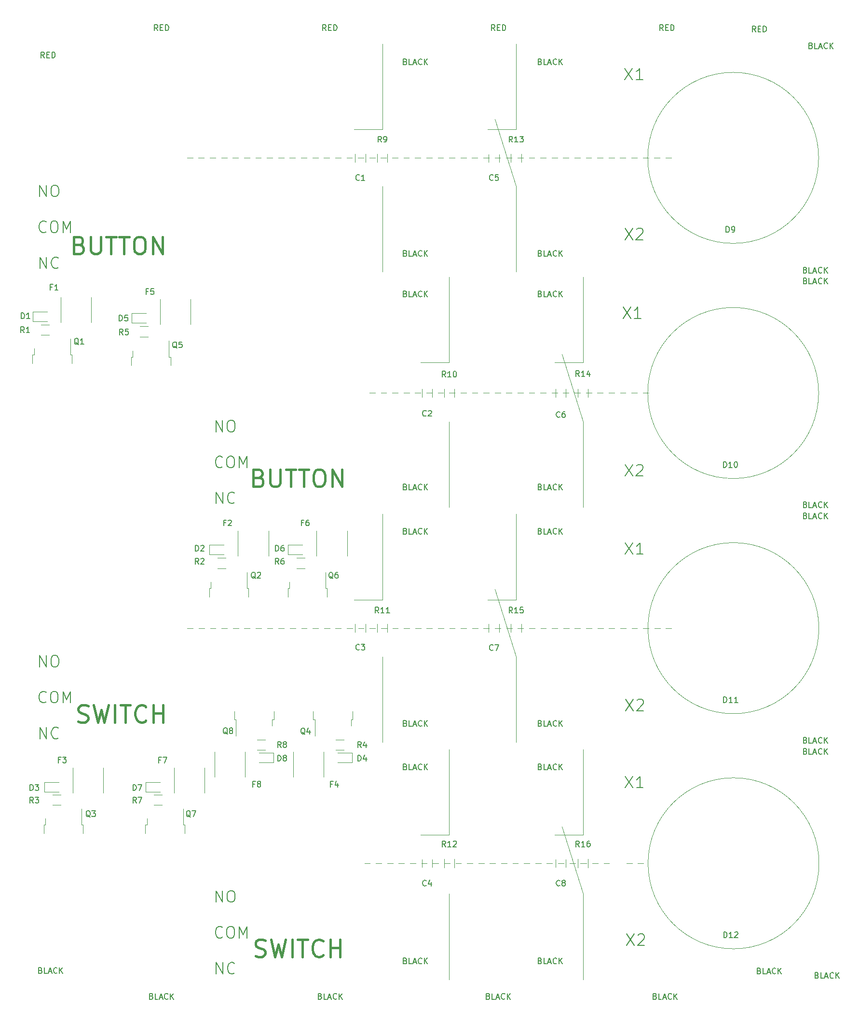
<source format=gbr>
%TF.GenerationSoftware,KiCad,Pcbnew,(5.1.9)-1*%
%TF.CreationDate,2021-08-08T20:50:52+02:00*%
%TF.ProjectId,SwitchBox,53776974-6368-4426-9f78-2e6b69636164,rev?*%
%TF.SameCoordinates,Original*%
%TF.FileFunction,Legend,Top*%
%TF.FilePolarity,Positive*%
%FSLAX46Y46*%
G04 Gerber Fmt 4.6, Leading zero omitted, Abs format (unit mm)*
G04 Created by KiCad (PCBNEW (5.1.9)-1) date 2021-08-08 20:50:52*
%MOMM*%
%LPD*%
G01*
G04 APERTURE LIST*
%ADD10C,0.120000*%
%ADD11C,0.150000*%
%ADD12C,0.200000*%
%ADD13C,0.400000*%
G04 APERTURE END LIST*
D10*
X111350000Y-183430000D02*
X111350000Y-168430000D01*
X134820000Y-193790000D02*
X134820000Y-208790000D01*
X131090000Y-181970000D02*
X134820000Y-193790000D01*
X111350000Y-193790000D02*
X111350000Y-208790000D01*
X111350000Y-183430000D02*
X106350000Y-183430000D01*
X134820000Y-183430000D02*
X134820000Y-168430000D01*
X134820000Y-183430000D02*
X129820000Y-183430000D01*
X123080000Y-152160000D02*
X119350000Y-140340000D01*
X99610000Y-142160000D02*
X99610000Y-127160000D01*
X123080000Y-152160000D02*
X123080000Y-167160000D01*
X123080000Y-142160000D02*
X123080000Y-127160000D01*
X123080000Y-142160000D02*
X118080000Y-142160000D01*
X99610000Y-152160000D02*
X99610000Y-167160000D01*
X99610000Y-142160000D02*
X94610000Y-142160000D01*
X131090000Y-99090000D02*
X134820000Y-110910000D01*
X111350000Y-100550000D02*
X111350000Y-85550000D01*
X134820000Y-110910000D02*
X134820000Y-125910000D01*
X134820000Y-100550000D02*
X134820000Y-85550000D01*
X134820000Y-100550000D02*
X129820000Y-100550000D01*
X111350000Y-110910000D02*
X111350000Y-125910000D01*
X111350000Y-100550000D02*
X106350000Y-100550000D01*
X123080000Y-69650000D02*
X119350000Y-57830000D01*
X123080000Y-59650000D02*
X123080000Y-44650000D01*
X123080000Y-69650000D02*
X123080000Y-84650000D01*
X123080000Y-59650000D02*
X118080000Y-59650000D01*
X99610000Y-59650000D02*
X94610000Y-59650000D01*
X99610000Y-59650000D02*
X99610000Y-44650000D01*
X99610000Y-69650000D02*
X99610000Y-84650000D01*
X130460000Y-188420000D02*
X131460000Y-188420000D01*
X138460000Y-188420000D02*
X139460000Y-188420000D01*
X106460000Y-188420000D02*
X107460000Y-188420000D01*
X134460000Y-188420000D02*
X135460000Y-188420000D01*
X99460000Y-188420000D02*
X98460000Y-188420000D01*
X103460000Y-188420000D02*
X102460000Y-188420000D01*
X108460000Y-188420000D02*
X109460000Y-188420000D01*
X136460000Y-188420000D02*
X137460000Y-188420000D01*
X110460000Y-188420000D02*
X111460000Y-188420000D01*
X122460000Y-188420000D02*
X123460000Y-188420000D01*
X126460000Y-188420000D02*
X127460000Y-188420000D01*
X134320000Y-188420000D02*
X135320000Y-188420000D01*
X142460000Y-188420000D02*
X143460000Y-188420000D01*
X120460000Y-188420000D02*
X121460000Y-188420000D01*
X112460000Y-188420000D02*
X113460000Y-188420000D01*
X114460000Y-188420000D02*
X115460000Y-188420000D01*
X101460000Y-188420000D02*
X100460000Y-188420000D01*
X118460000Y-188420000D02*
X119460000Y-188420000D01*
X116460000Y-188420000D02*
X117460000Y-188420000D01*
X128460000Y-188420000D02*
X129460000Y-188420000D01*
X104460000Y-188420000D02*
X105460000Y-188420000D01*
X97460000Y-188420000D02*
X96460000Y-188420000D01*
X124460000Y-188420000D02*
X125460000Y-188420000D01*
X144460000Y-188420000D02*
X145460000Y-188420000D01*
X132460000Y-188420000D02*
X133460000Y-188420000D01*
X72370000Y-147163332D02*
X71370000Y-147163332D01*
X70370000Y-147163332D02*
X69370000Y-147163332D01*
X137370000Y-147163332D02*
X138370000Y-147163332D01*
X149370000Y-147163332D02*
X150370000Y-147163332D01*
X139370000Y-147163332D02*
X140370000Y-147163332D01*
X117370000Y-147163332D02*
X118370000Y-147163332D01*
X121370000Y-147163332D02*
X122370000Y-147163332D01*
X119370000Y-147163332D02*
X120370000Y-147163332D01*
X103370000Y-147163332D02*
X104370000Y-147163332D01*
X133370000Y-147163332D02*
X134370000Y-147163332D01*
X129370000Y-147163332D02*
X130370000Y-147163332D01*
X147370000Y-147163332D02*
X148370000Y-147163332D01*
X143370000Y-147163332D02*
X144370000Y-147163332D01*
X105370000Y-147163332D02*
X106370000Y-147163332D01*
X125370000Y-147163332D02*
X126370000Y-147163332D01*
X111370000Y-147163332D02*
X112370000Y-147163332D01*
X141370000Y-147163332D02*
X142370000Y-147163332D01*
X115370000Y-147163332D02*
X116370000Y-147163332D01*
X131370000Y-147163332D02*
X132370000Y-147163332D01*
X68370000Y-147163332D02*
X67370000Y-147163332D01*
X145370000Y-147163332D02*
X146370000Y-147163332D01*
X123370000Y-147163332D02*
X124370000Y-147163332D01*
X109370000Y-147163332D02*
X110370000Y-147163332D01*
X135370000Y-147163332D02*
X136370000Y-147163332D01*
X127370000Y-147163332D02*
X128370000Y-147163332D01*
X97370000Y-147163332D02*
X98370000Y-147163332D01*
X66370000Y-147163332D02*
X65370000Y-147163332D01*
X113370000Y-147163332D02*
X114370000Y-147163332D01*
X107370000Y-147163332D02*
X108370000Y-147163332D01*
X81370000Y-147163332D02*
X82370000Y-147163332D01*
X87370000Y-147163332D02*
X88370000Y-147163332D01*
X73370000Y-147163332D02*
X74370000Y-147163332D01*
X85370000Y-147163332D02*
X86370000Y-147163332D01*
X91370000Y-147163332D02*
X92370000Y-147163332D01*
X89370000Y-147163332D02*
X90370000Y-147163332D01*
X93370000Y-147163332D02*
X94370000Y-147163332D01*
X79370000Y-147163332D02*
X80370000Y-147163332D01*
X75370000Y-147163332D02*
X76370000Y-147163332D01*
X101370000Y-147163332D02*
X102370000Y-147163332D01*
X95370000Y-147163332D02*
X96370000Y-147163332D01*
X77370000Y-147163332D02*
X78370000Y-147163332D01*
X83370000Y-147163332D02*
X84370000Y-147163332D01*
X99370000Y-147163332D02*
X100370000Y-147163332D01*
X104340000Y-105906666D02*
X103340000Y-105906666D01*
X102340000Y-105906666D02*
X101340000Y-105906666D01*
X135340000Y-105906666D02*
X136340000Y-105906666D01*
X137340000Y-105906666D02*
X138340000Y-105906666D01*
X143340000Y-105906666D02*
X144340000Y-105906666D01*
X100340000Y-105906666D02*
X99340000Y-105906666D01*
X141340000Y-105906666D02*
X142340000Y-105906666D01*
X129340000Y-105906666D02*
X130340000Y-105906666D01*
X98340000Y-105906666D02*
X97340000Y-105906666D01*
X145340000Y-105906666D02*
X146340000Y-105906666D01*
X139340000Y-105906666D02*
X140340000Y-105906666D01*
X113340000Y-105906666D02*
X114340000Y-105906666D01*
X119340000Y-105906666D02*
X120340000Y-105906666D01*
X105340000Y-105906666D02*
X106340000Y-105906666D01*
X117340000Y-105906666D02*
X118340000Y-105906666D01*
X123340000Y-105906666D02*
X124340000Y-105906666D01*
X121340000Y-105906666D02*
X122340000Y-105906666D01*
X125340000Y-105906666D02*
X126340000Y-105906666D01*
X111340000Y-105906666D02*
X112340000Y-105906666D01*
X107340000Y-105906666D02*
X108340000Y-105906666D01*
X133340000Y-105906666D02*
X134340000Y-105906666D01*
X127340000Y-105906666D02*
X128340000Y-105906666D01*
X109340000Y-105906666D02*
X110340000Y-105906666D01*
X115340000Y-105906666D02*
X116340000Y-105906666D01*
X131340000Y-105906666D02*
X132340000Y-105906666D01*
X72330000Y-64650000D02*
X71330000Y-64650000D01*
X66330000Y-64650000D02*
X65330000Y-64650000D01*
X70330000Y-64650000D02*
X69330000Y-64650000D01*
X68330000Y-64650000D02*
X67330000Y-64650000D01*
X137330000Y-64650000D02*
X138330000Y-64650000D01*
X149330000Y-64650000D02*
X150330000Y-64650000D01*
X145330000Y-64650000D02*
X146330000Y-64650000D01*
X141330000Y-64650000D02*
X142330000Y-64650000D01*
X147330000Y-64650000D02*
X148330000Y-64650000D01*
X139330000Y-64650000D02*
X140330000Y-64650000D01*
X143330000Y-64650000D02*
X144330000Y-64650000D01*
X129330000Y-64650000D02*
X130330000Y-64650000D01*
X113330000Y-64650000D02*
X114330000Y-64650000D01*
X119330000Y-64650000D02*
X120330000Y-64650000D01*
X105330000Y-64650000D02*
X106330000Y-64650000D01*
X103330000Y-64650000D02*
X104330000Y-64650000D01*
X117330000Y-64650000D02*
X118330000Y-64650000D01*
X135330000Y-64650000D02*
X136330000Y-64650000D01*
X123330000Y-64650000D02*
X124330000Y-64650000D01*
X121330000Y-64650000D02*
X122330000Y-64650000D01*
X125330000Y-64650000D02*
X126330000Y-64650000D01*
X111330000Y-64650000D02*
X112330000Y-64650000D01*
X107330000Y-64650000D02*
X108330000Y-64650000D01*
X133330000Y-64650000D02*
X134330000Y-64650000D01*
X127330000Y-64650000D02*
X128330000Y-64650000D01*
X109330000Y-64650000D02*
X110330000Y-64650000D01*
X115330000Y-64650000D02*
X116330000Y-64650000D01*
X131330000Y-64650000D02*
X132330000Y-64650000D01*
X87330000Y-64650000D02*
X88330000Y-64650000D01*
X97330000Y-64650000D02*
X98330000Y-64650000D01*
X89330000Y-64650000D02*
X90330000Y-64650000D01*
X101330000Y-64650000D02*
X102330000Y-64650000D01*
X95330000Y-64650000D02*
X96330000Y-64650000D01*
X91330000Y-64650000D02*
X92330000Y-64650000D01*
X93330000Y-64650000D02*
X94330000Y-64650000D01*
X99330000Y-64650000D02*
X100330000Y-64650000D01*
X81330000Y-64650000D02*
X82330000Y-64650000D01*
X79330000Y-64650000D02*
X80330000Y-64650000D01*
X83330000Y-64650000D02*
X84330000Y-64650000D01*
X85330000Y-64650000D02*
X86330000Y-64650000D01*
X77330000Y-64650000D02*
X78330000Y-64650000D01*
X75330000Y-64650000D02*
X76330000Y-64650000D01*
X73330000Y-64650000D02*
X74330000Y-64650000D01*
%TO.C,C1*%
X94815000Y-63938748D02*
X94815000Y-65361252D01*
X96635000Y-63938748D02*
X96635000Y-65361252D01*
%TO.C,C2*%
X106555000Y-105195414D02*
X106555000Y-106617918D01*
X108375000Y-105195414D02*
X108375000Y-106617918D01*
%TO.C,C3*%
X96635000Y-146452080D02*
X96635000Y-147874584D01*
X94815000Y-146452080D02*
X94815000Y-147874584D01*
%TO.C,C4*%
X106555000Y-187708748D02*
X106555000Y-189131252D01*
X108375000Y-187708748D02*
X108375000Y-189131252D01*
%TO.C,C5*%
X120105000Y-64018748D02*
X120105000Y-65441252D01*
X118285000Y-64018748D02*
X118285000Y-65441252D01*
%TO.C,C6*%
X130025000Y-105195414D02*
X130025000Y-106617918D01*
X131845000Y-105195414D02*
X131845000Y-106617918D01*
%TO.C,C7*%
X120105000Y-146452080D02*
X120105000Y-147874584D01*
X118285000Y-146452080D02*
X118285000Y-147874584D01*
%TO.C,C8*%
X131845000Y-187708748D02*
X131845000Y-189131252D01*
X130025000Y-187708748D02*
X130025000Y-189131252D01*
%TO.C,D1*%
X38250000Y-91660000D02*
X38250000Y-93360000D01*
X38250000Y-93360000D02*
X40800000Y-93360000D01*
X38250000Y-91660000D02*
X40800000Y-91660000D01*
%TO.C,D2*%
X69250000Y-132530000D02*
X71800000Y-132530000D01*
X69250000Y-134230000D02*
X71800000Y-134230000D01*
X69250000Y-132530000D02*
X69250000Y-134230000D01*
%TO.C,D3*%
X40240000Y-174210000D02*
X42790000Y-174210000D01*
X40240000Y-175910000D02*
X42790000Y-175910000D01*
X40240000Y-174210000D02*
X40240000Y-175910000D01*
%TO.C,D4*%
X94320000Y-170750000D02*
X94320000Y-169050000D01*
X94320000Y-169050000D02*
X91770000Y-169050000D01*
X94320000Y-170750000D02*
X91770000Y-170750000D01*
%TO.C,D5*%
X55573811Y-91920000D02*
X58123811Y-91920000D01*
X55573811Y-93620000D02*
X58123811Y-93620000D01*
X55573811Y-91920000D02*
X55573811Y-93620000D01*
%TO.C,D6*%
X83070000Y-132530000D02*
X85620000Y-132530000D01*
X83070000Y-134230000D02*
X85620000Y-134230000D01*
X83070000Y-132530000D02*
X83070000Y-134230000D01*
%TO.C,D7*%
X58060000Y-174210000D02*
X58060000Y-175910000D01*
X58060000Y-175910000D02*
X60610000Y-175910000D01*
X58060000Y-174210000D02*
X60610000Y-174210000D01*
%TO.C,D8*%
X80500000Y-170750000D02*
X80500000Y-169050000D01*
X80500000Y-169050000D02*
X77950000Y-169050000D01*
X80500000Y-170750000D02*
X77950000Y-170750000D01*
%TO.C,D9*%
X176190000Y-64650000D02*
G75*
G03*
X176190000Y-64650000I-15000000J0D01*
G01*
%TO.C,D10*%
X176190000Y-105906666D02*
G75*
G03*
X176190000Y-105906666I-15000000J0D01*
G01*
%TO.C,D11*%
X176230000Y-147163332D02*
G75*
G03*
X176230000Y-147163332I-15000000J0D01*
G01*
%TO.C,D12*%
X176250000Y-188420000D02*
G75*
G03*
X176250000Y-188420000I-15000000J0D01*
G01*
%TO.C,F1*%
X43170000Y-93543752D02*
X43170000Y-89136248D01*
X48510000Y-93543752D02*
X48510000Y-89136248D01*
%TO.C,F2*%
X79610000Y-134463752D02*
X79610000Y-130056248D01*
X74270000Y-134463752D02*
X74270000Y-130056248D01*
%TO.C,F3*%
X50600000Y-176023752D02*
X50600000Y-171616248D01*
X45260000Y-176023752D02*
X45260000Y-171616248D01*
%TO.C,F4*%
X83960000Y-168896248D02*
X83960000Y-173303752D01*
X89300000Y-168896248D02*
X89300000Y-173303752D01*
%TO.C,F5*%
X65910000Y-93863752D02*
X65910000Y-89456248D01*
X60570000Y-93863752D02*
X60570000Y-89456248D01*
%TO.C,F6*%
X88070000Y-134463752D02*
X88070000Y-130056248D01*
X93410000Y-134463752D02*
X93410000Y-130056248D01*
%TO.C,F7*%
X63060000Y-176023752D02*
X63060000Y-171616248D01*
X68400000Y-176023752D02*
X68400000Y-171616248D01*
%TO.C,F8*%
X75500000Y-168896248D02*
X75500000Y-173303752D01*
X70160000Y-168896248D02*
X70160000Y-173303752D01*
%TO.C,Q1*%
X38470000Y-99220000D02*
X38470000Y-98120000D01*
X38200000Y-99220000D02*
X38470000Y-99220000D01*
X38200000Y-100720000D02*
X38200000Y-99220000D01*
X44830000Y-99220000D02*
X44830000Y-96390000D01*
X45100000Y-99220000D02*
X44830000Y-99220000D01*
X45100000Y-100720000D02*
X45100000Y-99220000D01*
%TO.C,Q2*%
X76100000Y-141660000D02*
X76100000Y-140160000D01*
X76100000Y-140160000D02*
X75830000Y-140160000D01*
X75830000Y-140160000D02*
X75830000Y-137330000D01*
X69200000Y-141660000D02*
X69200000Y-140160000D01*
X69200000Y-140160000D02*
X69470000Y-140160000D01*
X69470000Y-140160000D02*
X69470000Y-139060000D01*
%TO.C,Q3*%
X40460000Y-181650000D02*
X40460000Y-180550000D01*
X40190000Y-181650000D02*
X40460000Y-181650000D01*
X40190000Y-183150000D02*
X40190000Y-181650000D01*
X46820000Y-181650000D02*
X46820000Y-178820000D01*
X47090000Y-181650000D02*
X46820000Y-181650000D01*
X47090000Y-183150000D02*
X47090000Y-181650000D01*
%TO.C,Q4*%
X94100000Y-163230000D02*
X94100000Y-164330000D01*
X94370000Y-163230000D02*
X94100000Y-163230000D01*
X94370000Y-161730000D02*
X94370000Y-163230000D01*
X87740000Y-163230000D02*
X87740000Y-166060000D01*
X87470000Y-163230000D02*
X87740000Y-163230000D01*
X87470000Y-161730000D02*
X87470000Y-163230000D01*
%TO.C,Q5*%
X62423811Y-101070000D02*
X62423811Y-99570000D01*
X62423811Y-99570000D02*
X62153811Y-99570000D01*
X62153811Y-99570000D02*
X62153811Y-96740000D01*
X55523811Y-101070000D02*
X55523811Y-99570000D01*
X55523811Y-99570000D02*
X55793811Y-99570000D01*
X55793811Y-99570000D02*
X55793811Y-98470000D01*
%TO.C,Q6*%
X89920000Y-141660000D02*
X89920000Y-140160000D01*
X89920000Y-140160000D02*
X89650000Y-140160000D01*
X89650000Y-140160000D02*
X89650000Y-137330000D01*
X83020000Y-141660000D02*
X83020000Y-140160000D01*
X83020000Y-140160000D02*
X83290000Y-140160000D01*
X83290000Y-140160000D02*
X83290000Y-139060000D01*
%TO.C,Q7*%
X58280000Y-181650000D02*
X58280000Y-180550000D01*
X58010000Y-181650000D02*
X58280000Y-181650000D01*
X58010000Y-183150000D02*
X58010000Y-181650000D01*
X64640000Y-181650000D02*
X64640000Y-178820000D01*
X64910000Y-181650000D02*
X64640000Y-181650000D01*
X64910000Y-183150000D02*
X64910000Y-181650000D01*
%TO.C,Q8*%
X73650000Y-161730000D02*
X73650000Y-163230000D01*
X73650000Y-163230000D02*
X73920000Y-163230000D01*
X73920000Y-163230000D02*
X73920000Y-166060000D01*
X80550000Y-161730000D02*
X80550000Y-163230000D01*
X80550000Y-163230000D02*
X80280000Y-163230000D01*
X80280000Y-163230000D02*
X80280000Y-164330000D01*
%TO.C,R1*%
X39702936Y-95730000D02*
X41157064Y-95730000D01*
X39702936Y-93910000D02*
X41157064Y-93910000D01*
%TO.C,R2*%
X70702936Y-136650000D02*
X72157064Y-136650000D01*
X70702936Y-134830000D02*
X72157064Y-134830000D01*
%TO.C,R3*%
X41692936Y-176380000D02*
X43147064Y-176380000D01*
X41692936Y-178200000D02*
X43147064Y-178200000D01*
%TO.C,R4*%
X92867064Y-168550000D02*
X91412936Y-168550000D01*
X92867064Y-166730000D02*
X91412936Y-166730000D01*
%TO.C,R5*%
X57026747Y-96040000D02*
X58480875Y-96040000D01*
X57026747Y-94220000D02*
X58480875Y-94220000D01*
%TO.C,R6*%
X84522936Y-134830000D02*
X85977064Y-134830000D01*
X84522936Y-136650000D02*
X85977064Y-136650000D01*
%TO.C,R7*%
X59512936Y-176380000D02*
X60967064Y-176380000D01*
X59512936Y-178200000D02*
X60967064Y-178200000D01*
%TO.C,R8*%
X79047064Y-168550000D02*
X77592936Y-168550000D01*
X79047064Y-166730000D02*
X77592936Y-166730000D01*
%TO.C,R9*%
X98700000Y-63922936D02*
X98700000Y-65377064D01*
X100520000Y-63922936D02*
X100520000Y-65377064D01*
%TO.C,R10*%
X112260000Y-105179602D02*
X112260000Y-106633730D01*
X110440000Y-105179602D02*
X110440000Y-106633730D01*
%TO.C,R11*%
X98700000Y-146436268D02*
X98700000Y-147890396D01*
X100520000Y-146436268D02*
X100520000Y-147890396D01*
%TO.C,R12*%
X112260000Y-187692936D02*
X112260000Y-189147064D01*
X110440000Y-187692936D02*
X110440000Y-189147064D01*
%TO.C,R13*%
X122170000Y-63922936D02*
X122170000Y-65377064D01*
X123990000Y-63922936D02*
X123990000Y-65377064D01*
%TO.C,R14*%
X133910000Y-105179602D02*
X133910000Y-106633730D01*
X135730000Y-105179602D02*
X135730000Y-106633730D01*
%TO.C,R15*%
X122170000Y-146436268D02*
X122170000Y-147890396D01*
X123990000Y-146436268D02*
X123990000Y-147890396D01*
%TO.C,R16*%
X135730000Y-187692936D02*
X135730000Y-189147064D01*
X133910000Y-187692936D02*
X133910000Y-189147064D01*
%TO.C,C1*%
D11*
X95558333Y-68497142D02*
X95510714Y-68544761D01*
X95367857Y-68592380D01*
X95272619Y-68592380D01*
X95129761Y-68544761D01*
X95034523Y-68449523D01*
X94986904Y-68354285D01*
X94939285Y-68163809D01*
X94939285Y-68020952D01*
X94986904Y-67830476D01*
X95034523Y-67735238D01*
X95129761Y-67640000D01*
X95272619Y-67592380D01*
X95367857Y-67592380D01*
X95510714Y-67640000D01*
X95558333Y-67687619D01*
X96510714Y-68592380D02*
X95939285Y-68592380D01*
X96225000Y-68592380D02*
X96225000Y-67592380D01*
X96129761Y-67735238D01*
X96034523Y-67830476D01*
X95939285Y-67878095D01*
%TO.C,C2*%
X107298333Y-109867142D02*
X107250714Y-109914761D01*
X107107857Y-109962380D01*
X107012619Y-109962380D01*
X106869761Y-109914761D01*
X106774523Y-109819523D01*
X106726904Y-109724285D01*
X106679285Y-109533809D01*
X106679285Y-109390952D01*
X106726904Y-109200476D01*
X106774523Y-109105238D01*
X106869761Y-109010000D01*
X107012619Y-108962380D01*
X107107857Y-108962380D01*
X107250714Y-109010000D01*
X107298333Y-109057619D01*
X107679285Y-109057619D02*
X107726904Y-109010000D01*
X107822142Y-108962380D01*
X108060238Y-108962380D01*
X108155476Y-109010000D01*
X108203095Y-109057619D01*
X108250714Y-109152857D01*
X108250714Y-109248095D01*
X108203095Y-109390952D01*
X107631666Y-109962380D01*
X108250714Y-109962380D01*
%TO.C,C3*%
X95558333Y-150887142D02*
X95510714Y-150934761D01*
X95367857Y-150982380D01*
X95272619Y-150982380D01*
X95129761Y-150934761D01*
X95034523Y-150839523D01*
X94986904Y-150744285D01*
X94939285Y-150553809D01*
X94939285Y-150410952D01*
X94986904Y-150220476D01*
X95034523Y-150125238D01*
X95129761Y-150030000D01*
X95272619Y-149982380D01*
X95367857Y-149982380D01*
X95510714Y-150030000D01*
X95558333Y-150077619D01*
X95891666Y-149982380D02*
X96510714Y-149982380D01*
X96177380Y-150363333D01*
X96320238Y-150363333D01*
X96415476Y-150410952D01*
X96463095Y-150458571D01*
X96510714Y-150553809D01*
X96510714Y-150791904D01*
X96463095Y-150887142D01*
X96415476Y-150934761D01*
X96320238Y-150982380D01*
X96034523Y-150982380D01*
X95939285Y-150934761D01*
X95891666Y-150887142D01*
%TO.C,C4*%
X107298333Y-192287142D02*
X107250714Y-192334761D01*
X107107857Y-192382380D01*
X107012619Y-192382380D01*
X106869761Y-192334761D01*
X106774523Y-192239523D01*
X106726904Y-192144285D01*
X106679285Y-191953809D01*
X106679285Y-191810952D01*
X106726904Y-191620476D01*
X106774523Y-191525238D01*
X106869761Y-191430000D01*
X107012619Y-191382380D01*
X107107857Y-191382380D01*
X107250714Y-191430000D01*
X107298333Y-191477619D01*
X108155476Y-191715714D02*
X108155476Y-192382380D01*
X107917380Y-191334761D02*
X107679285Y-192049047D01*
X108298333Y-192049047D01*
%TO.C,C5*%
X119028333Y-68497142D02*
X118980714Y-68544761D01*
X118837857Y-68592380D01*
X118742619Y-68592380D01*
X118599761Y-68544761D01*
X118504523Y-68449523D01*
X118456904Y-68354285D01*
X118409285Y-68163809D01*
X118409285Y-68020952D01*
X118456904Y-67830476D01*
X118504523Y-67735238D01*
X118599761Y-67640000D01*
X118742619Y-67592380D01*
X118837857Y-67592380D01*
X118980714Y-67640000D01*
X119028333Y-67687619D01*
X119933095Y-67592380D02*
X119456904Y-67592380D01*
X119409285Y-68068571D01*
X119456904Y-68020952D01*
X119552142Y-67973333D01*
X119790238Y-67973333D01*
X119885476Y-68020952D01*
X119933095Y-68068571D01*
X119980714Y-68163809D01*
X119980714Y-68401904D01*
X119933095Y-68497142D01*
X119885476Y-68544761D01*
X119790238Y-68592380D01*
X119552142Y-68592380D01*
X119456904Y-68544761D01*
X119409285Y-68497142D01*
%TO.C,C6*%
X130768333Y-110073808D02*
X130720714Y-110121427D01*
X130577857Y-110169046D01*
X130482619Y-110169046D01*
X130339761Y-110121427D01*
X130244523Y-110026189D01*
X130196904Y-109930951D01*
X130149285Y-109740475D01*
X130149285Y-109597618D01*
X130196904Y-109407142D01*
X130244523Y-109311904D01*
X130339761Y-109216666D01*
X130482619Y-109169046D01*
X130577857Y-109169046D01*
X130720714Y-109216666D01*
X130768333Y-109264285D01*
X131625476Y-109169046D02*
X131435000Y-109169046D01*
X131339761Y-109216666D01*
X131292142Y-109264285D01*
X131196904Y-109407142D01*
X131149285Y-109597618D01*
X131149285Y-109978570D01*
X131196904Y-110073808D01*
X131244523Y-110121427D01*
X131339761Y-110169046D01*
X131530238Y-110169046D01*
X131625476Y-110121427D01*
X131673095Y-110073808D01*
X131720714Y-109978570D01*
X131720714Y-109740475D01*
X131673095Y-109645237D01*
X131625476Y-109597618D01*
X131530238Y-109549999D01*
X131339761Y-109549999D01*
X131244523Y-109597618D01*
X131196904Y-109645237D01*
X131149285Y-109740475D01*
%TO.C,C7*%
X119028333Y-150957142D02*
X118980714Y-151004761D01*
X118837857Y-151052380D01*
X118742619Y-151052380D01*
X118599761Y-151004761D01*
X118504523Y-150909523D01*
X118456904Y-150814285D01*
X118409285Y-150623809D01*
X118409285Y-150480952D01*
X118456904Y-150290476D01*
X118504523Y-150195238D01*
X118599761Y-150100000D01*
X118742619Y-150052380D01*
X118837857Y-150052380D01*
X118980714Y-150100000D01*
X119028333Y-150147619D01*
X119361666Y-150052380D02*
X120028333Y-150052380D01*
X119599761Y-151052380D01*
%TO.C,C8*%
X130768333Y-192287142D02*
X130720714Y-192334761D01*
X130577857Y-192382380D01*
X130482619Y-192382380D01*
X130339761Y-192334761D01*
X130244523Y-192239523D01*
X130196904Y-192144285D01*
X130149285Y-191953809D01*
X130149285Y-191810952D01*
X130196904Y-191620476D01*
X130244523Y-191525238D01*
X130339761Y-191430000D01*
X130482619Y-191382380D01*
X130577857Y-191382380D01*
X130720714Y-191430000D01*
X130768333Y-191477619D01*
X131339761Y-191810952D02*
X131244523Y-191763333D01*
X131196904Y-191715714D01*
X131149285Y-191620476D01*
X131149285Y-191572857D01*
X131196904Y-191477619D01*
X131244523Y-191430000D01*
X131339761Y-191382380D01*
X131530238Y-191382380D01*
X131625476Y-191430000D01*
X131673095Y-191477619D01*
X131720714Y-191572857D01*
X131720714Y-191620476D01*
X131673095Y-191715714D01*
X131625476Y-191763333D01*
X131530238Y-191810952D01*
X131339761Y-191810952D01*
X131244523Y-191858571D01*
X131196904Y-191906190D01*
X131149285Y-192001428D01*
X131149285Y-192191904D01*
X131196904Y-192287142D01*
X131244523Y-192334761D01*
X131339761Y-192382380D01*
X131530238Y-192382380D01*
X131625476Y-192334761D01*
X131673095Y-192287142D01*
X131720714Y-192191904D01*
X131720714Y-192001428D01*
X131673095Y-191906190D01*
X131625476Y-191858571D01*
X131530238Y-191810952D01*
%TO.C,D1*%
X36211904Y-92852380D02*
X36211904Y-91852380D01*
X36450000Y-91852380D01*
X36592857Y-91900000D01*
X36688095Y-91995238D01*
X36735714Y-92090476D01*
X36783333Y-92280952D01*
X36783333Y-92423809D01*
X36735714Y-92614285D01*
X36688095Y-92709523D01*
X36592857Y-92804761D01*
X36450000Y-92852380D01*
X36211904Y-92852380D01*
X37735714Y-92852380D02*
X37164285Y-92852380D01*
X37450000Y-92852380D02*
X37450000Y-91852380D01*
X37354761Y-91995238D01*
X37259523Y-92090476D01*
X37164285Y-92138095D01*
%TO.C,D2*%
X66781904Y-133642380D02*
X66781904Y-132642380D01*
X67020000Y-132642380D01*
X67162857Y-132690000D01*
X67258095Y-132785238D01*
X67305714Y-132880476D01*
X67353333Y-133070952D01*
X67353333Y-133213809D01*
X67305714Y-133404285D01*
X67258095Y-133499523D01*
X67162857Y-133594761D01*
X67020000Y-133642380D01*
X66781904Y-133642380D01*
X67734285Y-132737619D02*
X67781904Y-132690000D01*
X67877142Y-132642380D01*
X68115238Y-132642380D01*
X68210476Y-132690000D01*
X68258095Y-132737619D01*
X68305714Y-132832857D01*
X68305714Y-132928095D01*
X68258095Y-133070952D01*
X67686666Y-133642380D01*
X68305714Y-133642380D01*
%TO.C,D3*%
X37771904Y-175612380D02*
X37771904Y-174612380D01*
X38010000Y-174612380D01*
X38152857Y-174660000D01*
X38248095Y-174755238D01*
X38295714Y-174850476D01*
X38343333Y-175040952D01*
X38343333Y-175183809D01*
X38295714Y-175374285D01*
X38248095Y-175469523D01*
X38152857Y-175564761D01*
X38010000Y-175612380D01*
X37771904Y-175612380D01*
X38676666Y-174612380D02*
X39295714Y-174612380D01*
X38962380Y-174993333D01*
X39105238Y-174993333D01*
X39200476Y-175040952D01*
X39248095Y-175088571D01*
X39295714Y-175183809D01*
X39295714Y-175421904D01*
X39248095Y-175517142D01*
X39200476Y-175564761D01*
X39105238Y-175612380D01*
X38819523Y-175612380D01*
X38724285Y-175564761D01*
X38676666Y-175517142D01*
%TO.C,D4*%
X95311904Y-170452380D02*
X95311904Y-169452380D01*
X95550000Y-169452380D01*
X95692857Y-169500000D01*
X95788095Y-169595238D01*
X95835714Y-169690476D01*
X95883333Y-169880952D01*
X95883333Y-170023809D01*
X95835714Y-170214285D01*
X95788095Y-170309523D01*
X95692857Y-170404761D01*
X95550000Y-170452380D01*
X95311904Y-170452380D01*
X96740476Y-169785714D02*
X96740476Y-170452380D01*
X96502380Y-169404761D02*
X96264285Y-170119047D01*
X96883333Y-170119047D01*
%TO.C,D5*%
X53421904Y-93242380D02*
X53421904Y-92242380D01*
X53660000Y-92242380D01*
X53802857Y-92290000D01*
X53898095Y-92385238D01*
X53945714Y-92480476D01*
X53993333Y-92670952D01*
X53993333Y-92813809D01*
X53945714Y-93004285D01*
X53898095Y-93099523D01*
X53802857Y-93194761D01*
X53660000Y-93242380D01*
X53421904Y-93242380D01*
X54898095Y-92242380D02*
X54421904Y-92242380D01*
X54374285Y-92718571D01*
X54421904Y-92670952D01*
X54517142Y-92623333D01*
X54755238Y-92623333D01*
X54850476Y-92670952D01*
X54898095Y-92718571D01*
X54945714Y-92813809D01*
X54945714Y-93051904D01*
X54898095Y-93147142D01*
X54850476Y-93194761D01*
X54755238Y-93242380D01*
X54517142Y-93242380D01*
X54421904Y-93194761D01*
X54374285Y-93147142D01*
%TO.C,D6*%
X80851904Y-133642380D02*
X80851904Y-132642380D01*
X81090000Y-132642380D01*
X81232857Y-132690000D01*
X81328095Y-132785238D01*
X81375714Y-132880476D01*
X81423333Y-133070952D01*
X81423333Y-133213809D01*
X81375714Y-133404285D01*
X81328095Y-133499523D01*
X81232857Y-133594761D01*
X81090000Y-133642380D01*
X80851904Y-133642380D01*
X82280476Y-132642380D02*
X82090000Y-132642380D01*
X81994761Y-132690000D01*
X81947142Y-132737619D01*
X81851904Y-132880476D01*
X81804285Y-133070952D01*
X81804285Y-133451904D01*
X81851904Y-133547142D01*
X81899523Y-133594761D01*
X81994761Y-133642380D01*
X82185238Y-133642380D01*
X82280476Y-133594761D01*
X82328095Y-133547142D01*
X82375714Y-133451904D01*
X82375714Y-133213809D01*
X82328095Y-133118571D01*
X82280476Y-133070952D01*
X82185238Y-133023333D01*
X81994761Y-133023333D01*
X81899523Y-133070952D01*
X81851904Y-133118571D01*
X81804285Y-133213809D01*
%TO.C,D7*%
X55841904Y-175612380D02*
X55841904Y-174612380D01*
X56080000Y-174612380D01*
X56222857Y-174660000D01*
X56318095Y-174755238D01*
X56365714Y-174850476D01*
X56413333Y-175040952D01*
X56413333Y-175183809D01*
X56365714Y-175374285D01*
X56318095Y-175469523D01*
X56222857Y-175564761D01*
X56080000Y-175612380D01*
X55841904Y-175612380D01*
X56746666Y-174612380D02*
X57413333Y-174612380D01*
X56984761Y-175612380D01*
%TO.C,D8*%
X81241904Y-170452380D02*
X81241904Y-169452380D01*
X81480000Y-169452380D01*
X81622857Y-169500000D01*
X81718095Y-169595238D01*
X81765714Y-169690476D01*
X81813333Y-169880952D01*
X81813333Y-170023809D01*
X81765714Y-170214285D01*
X81718095Y-170309523D01*
X81622857Y-170404761D01*
X81480000Y-170452380D01*
X81241904Y-170452380D01*
X82384761Y-169880952D02*
X82289523Y-169833333D01*
X82241904Y-169785714D01*
X82194285Y-169690476D01*
X82194285Y-169642857D01*
X82241904Y-169547619D01*
X82289523Y-169500000D01*
X82384761Y-169452380D01*
X82575238Y-169452380D01*
X82670476Y-169500000D01*
X82718095Y-169547619D01*
X82765714Y-169642857D01*
X82765714Y-169690476D01*
X82718095Y-169785714D01*
X82670476Y-169833333D01*
X82575238Y-169880952D01*
X82384761Y-169880952D01*
X82289523Y-169928571D01*
X82241904Y-169976190D01*
X82194285Y-170071428D01*
X82194285Y-170261904D01*
X82241904Y-170357142D01*
X82289523Y-170404761D01*
X82384761Y-170452380D01*
X82575238Y-170452380D01*
X82670476Y-170404761D01*
X82718095Y-170357142D01*
X82765714Y-170261904D01*
X82765714Y-170071428D01*
X82718095Y-169976190D01*
X82670476Y-169928571D01*
X82575238Y-169880952D01*
%TO.C,D9*%
X159951904Y-77702380D02*
X159951904Y-76702380D01*
X160190000Y-76702380D01*
X160332857Y-76750000D01*
X160428095Y-76845238D01*
X160475714Y-76940476D01*
X160523333Y-77130952D01*
X160523333Y-77273809D01*
X160475714Y-77464285D01*
X160428095Y-77559523D01*
X160332857Y-77654761D01*
X160190000Y-77702380D01*
X159951904Y-77702380D01*
X160999523Y-77702380D02*
X161190000Y-77702380D01*
X161285238Y-77654761D01*
X161332857Y-77607142D01*
X161428095Y-77464285D01*
X161475714Y-77273809D01*
X161475714Y-76892857D01*
X161428095Y-76797619D01*
X161380476Y-76750000D01*
X161285238Y-76702380D01*
X161094761Y-76702380D01*
X160999523Y-76750000D01*
X160951904Y-76797619D01*
X160904285Y-76892857D01*
X160904285Y-77130952D01*
X160951904Y-77226190D01*
X160999523Y-77273809D01*
X161094761Y-77321428D01*
X161285238Y-77321428D01*
X161380476Y-77273809D01*
X161428095Y-77226190D01*
X161475714Y-77130952D01*
D12*
X142210952Y-77004761D02*
X143544285Y-79004761D01*
X143544285Y-77004761D02*
X142210952Y-79004761D01*
X144210952Y-77195238D02*
X144306190Y-77100000D01*
X144496666Y-77004761D01*
X144972857Y-77004761D01*
X145163333Y-77100000D01*
X145258571Y-77195238D01*
X145353809Y-77385714D01*
X145353809Y-77576190D01*
X145258571Y-77861904D01*
X144115714Y-79004761D01*
X145353809Y-79004761D01*
X142170952Y-48944761D02*
X143504285Y-50944761D01*
X143504285Y-48944761D02*
X142170952Y-50944761D01*
X145313809Y-50944761D02*
X144170952Y-50944761D01*
X144742380Y-50944761D02*
X144742380Y-48944761D01*
X144551904Y-49230476D01*
X144361428Y-49420952D01*
X144170952Y-49516190D01*
%TO.C,D10*%
D11*
X159475714Y-118959046D02*
X159475714Y-117959046D01*
X159713809Y-117959046D01*
X159856666Y-118006666D01*
X159951904Y-118101904D01*
X159999523Y-118197142D01*
X160047142Y-118387618D01*
X160047142Y-118530475D01*
X159999523Y-118720951D01*
X159951904Y-118816189D01*
X159856666Y-118911427D01*
X159713809Y-118959046D01*
X159475714Y-118959046D01*
X160999523Y-118959046D02*
X160428095Y-118959046D01*
X160713809Y-118959046D02*
X160713809Y-117959046D01*
X160618571Y-118101904D01*
X160523333Y-118197142D01*
X160428095Y-118244761D01*
X161618571Y-117959046D02*
X161713809Y-117959046D01*
X161809047Y-118006666D01*
X161856666Y-118054285D01*
X161904285Y-118149523D01*
X161951904Y-118339999D01*
X161951904Y-118578094D01*
X161904285Y-118768570D01*
X161856666Y-118863808D01*
X161809047Y-118911427D01*
X161713809Y-118959046D01*
X161618571Y-118959046D01*
X161523333Y-118911427D01*
X161475714Y-118863808D01*
X161428095Y-118768570D01*
X161380476Y-118578094D01*
X161380476Y-118339999D01*
X161428095Y-118149523D01*
X161475714Y-118054285D01*
X161523333Y-118006666D01*
X161618571Y-117959046D01*
D12*
X141860952Y-90808093D02*
X143194285Y-92808093D01*
X143194285Y-90808093D02*
X141860952Y-92808093D01*
X145003809Y-92808093D02*
X143860952Y-92808093D01*
X144432380Y-92808093D02*
X144432380Y-90808093D01*
X144241904Y-91093808D01*
X144051428Y-91284284D01*
X143860952Y-91379522D01*
X142210952Y-118458093D02*
X143544285Y-120458093D01*
X143544285Y-118458093D02*
X142210952Y-120458093D01*
X144210952Y-118648570D02*
X144306190Y-118553332D01*
X144496666Y-118458093D01*
X144972857Y-118458093D01*
X145163333Y-118553332D01*
X145258571Y-118648570D01*
X145353809Y-118839046D01*
X145353809Y-119029522D01*
X145258571Y-119315236D01*
X144115714Y-120458093D01*
X145353809Y-120458093D01*
%TO.C,D11*%
D11*
X159515714Y-160215712D02*
X159515714Y-159215712D01*
X159753809Y-159215712D01*
X159896666Y-159263332D01*
X159991904Y-159358570D01*
X160039523Y-159453808D01*
X160087142Y-159644284D01*
X160087142Y-159787141D01*
X160039523Y-159977617D01*
X159991904Y-160072855D01*
X159896666Y-160168093D01*
X159753809Y-160215712D01*
X159515714Y-160215712D01*
X161039523Y-160215712D02*
X160468095Y-160215712D01*
X160753809Y-160215712D02*
X160753809Y-159215712D01*
X160658571Y-159358570D01*
X160563333Y-159453808D01*
X160468095Y-159501427D01*
X161991904Y-160215712D02*
X161420476Y-160215712D01*
X161706190Y-160215712D02*
X161706190Y-159215712D01*
X161610952Y-159358570D01*
X161515714Y-159453808D01*
X161420476Y-159501427D01*
D12*
X142330952Y-159651425D02*
X143664285Y-161651425D01*
X143664285Y-159651425D02*
X142330952Y-161651425D01*
X144330952Y-159841902D02*
X144426190Y-159746664D01*
X144616666Y-159651425D01*
X145092857Y-159651425D01*
X145283333Y-159746664D01*
X145378571Y-159841902D01*
X145473809Y-160032378D01*
X145473809Y-160222854D01*
X145378571Y-160508568D01*
X144235714Y-161651425D01*
X145473809Y-161651425D01*
X142230952Y-132191425D02*
X143564285Y-134191425D01*
X143564285Y-132191425D02*
X142230952Y-134191425D01*
X145373809Y-134191425D02*
X144230952Y-134191425D01*
X144802380Y-134191425D02*
X144802380Y-132191425D01*
X144611904Y-132477140D01*
X144421428Y-132667616D01*
X144230952Y-132762854D01*
%TO.C,D12*%
D11*
X159535714Y-201472380D02*
X159535714Y-200472380D01*
X159773809Y-200472380D01*
X159916666Y-200520000D01*
X160011904Y-200615238D01*
X160059523Y-200710476D01*
X160107142Y-200900952D01*
X160107142Y-201043809D01*
X160059523Y-201234285D01*
X160011904Y-201329523D01*
X159916666Y-201424761D01*
X159773809Y-201472380D01*
X159535714Y-201472380D01*
X161059523Y-201472380D02*
X160488095Y-201472380D01*
X160773809Y-201472380D02*
X160773809Y-200472380D01*
X160678571Y-200615238D01*
X160583333Y-200710476D01*
X160488095Y-200758095D01*
X161440476Y-200567619D02*
X161488095Y-200520000D01*
X161583333Y-200472380D01*
X161821428Y-200472380D01*
X161916666Y-200520000D01*
X161964285Y-200567619D01*
X162011904Y-200662857D01*
X162011904Y-200758095D01*
X161964285Y-200900952D01*
X161392857Y-201472380D01*
X162011904Y-201472380D01*
D12*
X142250952Y-173164761D02*
X143584285Y-175164761D01*
X143584285Y-173164761D02*
X142250952Y-175164761D01*
X145393809Y-175164761D02*
X144250952Y-175164761D01*
X144822380Y-175164761D02*
X144822380Y-173164761D01*
X144631904Y-173450476D01*
X144441428Y-173640952D01*
X144250952Y-173736190D01*
X142480952Y-200824761D02*
X143814285Y-202824761D01*
X143814285Y-200824761D02*
X142480952Y-202824761D01*
X144480952Y-201015238D02*
X144576190Y-200920000D01*
X144766666Y-200824761D01*
X145242857Y-200824761D01*
X145433333Y-200920000D01*
X145528571Y-201015238D01*
X145623809Y-201205714D01*
X145623809Y-201396190D01*
X145528571Y-201681904D01*
X144385714Y-202824761D01*
X145623809Y-202824761D01*
%TO.C,F1*%
D11*
X41636666Y-87328571D02*
X41303333Y-87328571D01*
X41303333Y-87852380D02*
X41303333Y-86852380D01*
X41779523Y-86852380D01*
X42684285Y-87852380D02*
X42112857Y-87852380D01*
X42398571Y-87852380D02*
X42398571Y-86852380D01*
X42303333Y-86995238D01*
X42208095Y-87090476D01*
X42112857Y-87138095D01*
%TO.C,F2*%
X72076666Y-128658571D02*
X71743333Y-128658571D01*
X71743333Y-129182380D02*
X71743333Y-128182380D01*
X72219523Y-128182380D01*
X72552857Y-128277619D02*
X72600476Y-128230000D01*
X72695714Y-128182380D01*
X72933809Y-128182380D01*
X73029047Y-128230000D01*
X73076666Y-128277619D01*
X73124285Y-128372857D01*
X73124285Y-128468095D01*
X73076666Y-128610952D01*
X72505238Y-129182380D01*
X73124285Y-129182380D01*
%TO.C,F3*%
X43066666Y-170248571D02*
X42733333Y-170248571D01*
X42733333Y-170772380D02*
X42733333Y-169772380D01*
X43209523Y-169772380D01*
X43495238Y-169772380D02*
X44114285Y-169772380D01*
X43780952Y-170153333D01*
X43923809Y-170153333D01*
X44019047Y-170200952D01*
X44066666Y-170248571D01*
X44114285Y-170343809D01*
X44114285Y-170581904D01*
X44066666Y-170677142D01*
X44019047Y-170724761D01*
X43923809Y-170772380D01*
X43638095Y-170772380D01*
X43542857Y-170724761D01*
X43495238Y-170677142D01*
%TO.C,F4*%
X90826666Y-174498571D02*
X90493333Y-174498571D01*
X90493333Y-175022380D02*
X90493333Y-174022380D01*
X90969523Y-174022380D01*
X91779047Y-174355714D02*
X91779047Y-175022380D01*
X91540952Y-173974761D02*
X91302857Y-174689047D01*
X91921904Y-174689047D01*
%TO.C,F5*%
X58466666Y-88068571D02*
X58133333Y-88068571D01*
X58133333Y-88592380D02*
X58133333Y-87592380D01*
X58609523Y-87592380D01*
X59466666Y-87592380D02*
X58990476Y-87592380D01*
X58942857Y-88068571D01*
X58990476Y-88020952D01*
X59085714Y-87973333D01*
X59323809Y-87973333D01*
X59419047Y-88020952D01*
X59466666Y-88068571D01*
X59514285Y-88163809D01*
X59514285Y-88401904D01*
X59466666Y-88497142D01*
X59419047Y-88544761D01*
X59323809Y-88592380D01*
X59085714Y-88592380D01*
X58990476Y-88544761D01*
X58942857Y-88497142D01*
%TO.C,F6*%
X85706666Y-128658571D02*
X85373333Y-128658571D01*
X85373333Y-129182380D02*
X85373333Y-128182380D01*
X85849523Y-128182380D01*
X86659047Y-128182380D02*
X86468571Y-128182380D01*
X86373333Y-128230000D01*
X86325714Y-128277619D01*
X86230476Y-128420476D01*
X86182857Y-128610952D01*
X86182857Y-128991904D01*
X86230476Y-129087142D01*
X86278095Y-129134761D01*
X86373333Y-129182380D01*
X86563809Y-129182380D01*
X86659047Y-129134761D01*
X86706666Y-129087142D01*
X86754285Y-128991904D01*
X86754285Y-128753809D01*
X86706666Y-128658571D01*
X86659047Y-128610952D01*
X86563809Y-128563333D01*
X86373333Y-128563333D01*
X86278095Y-128610952D01*
X86230476Y-128658571D01*
X86182857Y-128753809D01*
%TO.C,F7*%
X60696666Y-170278571D02*
X60363333Y-170278571D01*
X60363333Y-170802380D02*
X60363333Y-169802380D01*
X60839523Y-169802380D01*
X61125238Y-169802380D02*
X61791904Y-169802380D01*
X61363333Y-170802380D01*
%TO.C,F8*%
X77196666Y-174498571D02*
X76863333Y-174498571D01*
X76863333Y-175022380D02*
X76863333Y-174022380D01*
X77339523Y-174022380D01*
X77863333Y-174450952D02*
X77768095Y-174403333D01*
X77720476Y-174355714D01*
X77672857Y-174260476D01*
X77672857Y-174212857D01*
X77720476Y-174117619D01*
X77768095Y-174070000D01*
X77863333Y-174022380D01*
X78053809Y-174022380D01*
X78149047Y-174070000D01*
X78196666Y-174117619D01*
X78244285Y-174212857D01*
X78244285Y-174260476D01*
X78196666Y-174355714D01*
X78149047Y-174403333D01*
X78053809Y-174450952D01*
X77863333Y-174450952D01*
X77768095Y-174498571D01*
X77720476Y-174546190D01*
X77672857Y-174641428D01*
X77672857Y-174831904D01*
X77720476Y-174927142D01*
X77768095Y-174974761D01*
X77863333Y-175022380D01*
X78053809Y-175022380D01*
X78149047Y-174974761D01*
X78196666Y-174927142D01*
X78244285Y-174831904D01*
X78244285Y-174641428D01*
X78196666Y-174546190D01*
X78149047Y-174498571D01*
X78053809Y-174450952D01*
%TO.C,BLACK*%
X39608095Y-207188571D02*
X39750952Y-207236190D01*
X39798571Y-207283809D01*
X39846190Y-207379047D01*
X39846190Y-207521904D01*
X39798571Y-207617142D01*
X39750952Y-207664761D01*
X39655714Y-207712380D01*
X39274761Y-207712380D01*
X39274761Y-206712380D01*
X39608095Y-206712380D01*
X39703333Y-206760000D01*
X39750952Y-206807619D01*
X39798571Y-206902857D01*
X39798571Y-206998095D01*
X39750952Y-207093333D01*
X39703333Y-207140952D01*
X39608095Y-207188571D01*
X39274761Y-207188571D01*
X40750952Y-207712380D02*
X40274761Y-207712380D01*
X40274761Y-206712380D01*
X41036666Y-207426666D02*
X41512857Y-207426666D01*
X40941428Y-207712380D02*
X41274761Y-206712380D01*
X41608095Y-207712380D01*
X42512857Y-207617142D02*
X42465238Y-207664761D01*
X42322380Y-207712380D01*
X42227142Y-207712380D01*
X42084285Y-207664761D01*
X41989047Y-207569523D01*
X41941428Y-207474285D01*
X41893809Y-207283809D01*
X41893809Y-207140952D01*
X41941428Y-206950476D01*
X41989047Y-206855238D01*
X42084285Y-206760000D01*
X42227142Y-206712380D01*
X42322380Y-206712380D01*
X42465238Y-206760000D01*
X42512857Y-206807619D01*
X42941428Y-207712380D02*
X42941428Y-206712380D01*
X43512857Y-207712380D02*
X43084285Y-207140952D01*
X43512857Y-206712380D02*
X42941428Y-207283809D01*
%TO.C,RED*%
X40277142Y-47079603D02*
X39943809Y-46603413D01*
X39705714Y-47079603D02*
X39705714Y-46079603D01*
X40086666Y-46079603D01*
X40181904Y-46127223D01*
X40229523Y-46174842D01*
X40277142Y-46270080D01*
X40277142Y-46412937D01*
X40229523Y-46508175D01*
X40181904Y-46555794D01*
X40086666Y-46603413D01*
X39705714Y-46603413D01*
X40705714Y-46555794D02*
X41039047Y-46555794D01*
X41181904Y-47079603D02*
X40705714Y-47079603D01*
X40705714Y-46079603D01*
X41181904Y-46079603D01*
X41610476Y-47079603D02*
X41610476Y-46079603D01*
X41848571Y-46079603D01*
X41991428Y-46127223D01*
X42086666Y-46222461D01*
X42134285Y-46317699D01*
X42181904Y-46508175D01*
X42181904Y-46651032D01*
X42134285Y-46841508D01*
X42086666Y-46936746D01*
X41991428Y-47031984D01*
X41848571Y-47079603D01*
X41610476Y-47079603D01*
%TO.C,BLACK*%
X59068095Y-211738571D02*
X59210952Y-211786190D01*
X59258571Y-211833809D01*
X59306190Y-211929047D01*
X59306190Y-212071904D01*
X59258571Y-212167142D01*
X59210952Y-212214761D01*
X59115714Y-212262380D01*
X58734761Y-212262380D01*
X58734761Y-211262380D01*
X59068095Y-211262380D01*
X59163333Y-211310000D01*
X59210952Y-211357619D01*
X59258571Y-211452857D01*
X59258571Y-211548095D01*
X59210952Y-211643333D01*
X59163333Y-211690952D01*
X59068095Y-211738571D01*
X58734761Y-211738571D01*
X60210952Y-212262380D02*
X59734761Y-212262380D01*
X59734761Y-211262380D01*
X60496666Y-211976666D02*
X60972857Y-211976666D01*
X60401428Y-212262380D02*
X60734761Y-211262380D01*
X61068095Y-212262380D01*
X61972857Y-212167142D02*
X61925238Y-212214761D01*
X61782380Y-212262380D01*
X61687142Y-212262380D01*
X61544285Y-212214761D01*
X61449047Y-212119523D01*
X61401428Y-212024285D01*
X61353809Y-211833809D01*
X61353809Y-211690952D01*
X61401428Y-211500476D01*
X61449047Y-211405238D01*
X61544285Y-211310000D01*
X61687142Y-211262380D01*
X61782380Y-211262380D01*
X61925238Y-211310000D01*
X61972857Y-211357619D01*
X62401428Y-212262380D02*
X62401428Y-211262380D01*
X62972857Y-212262380D02*
X62544285Y-211690952D01*
X62972857Y-211262380D02*
X62401428Y-211833809D01*
%TO.C,RED*%
X60197142Y-42312380D02*
X59863809Y-41836190D01*
X59625714Y-42312380D02*
X59625714Y-41312380D01*
X60006666Y-41312380D01*
X60101904Y-41360000D01*
X60149523Y-41407619D01*
X60197142Y-41502857D01*
X60197142Y-41645714D01*
X60149523Y-41740952D01*
X60101904Y-41788571D01*
X60006666Y-41836190D01*
X59625714Y-41836190D01*
X60625714Y-41788571D02*
X60959047Y-41788571D01*
X61101904Y-42312380D02*
X60625714Y-42312380D01*
X60625714Y-41312380D01*
X61101904Y-41312380D01*
X61530476Y-42312380D02*
X61530476Y-41312380D01*
X61768571Y-41312380D01*
X61911428Y-41360000D01*
X62006666Y-41455238D01*
X62054285Y-41550476D01*
X62101904Y-41740952D01*
X62101904Y-41883809D01*
X62054285Y-42074285D01*
X62006666Y-42169523D01*
X61911428Y-42264761D01*
X61768571Y-42312380D01*
X61530476Y-42312380D01*
%TO.C,BLACK*%
X88688095Y-211738571D02*
X88830952Y-211786190D01*
X88878571Y-211833809D01*
X88926190Y-211929047D01*
X88926190Y-212071904D01*
X88878571Y-212167142D01*
X88830952Y-212214761D01*
X88735714Y-212262380D01*
X88354761Y-212262380D01*
X88354761Y-211262380D01*
X88688095Y-211262380D01*
X88783333Y-211310000D01*
X88830952Y-211357619D01*
X88878571Y-211452857D01*
X88878571Y-211548095D01*
X88830952Y-211643333D01*
X88783333Y-211690952D01*
X88688095Y-211738571D01*
X88354761Y-211738571D01*
X89830952Y-212262380D02*
X89354761Y-212262380D01*
X89354761Y-211262380D01*
X90116666Y-211976666D02*
X90592857Y-211976666D01*
X90021428Y-212262380D02*
X90354761Y-211262380D01*
X90688095Y-212262380D01*
X91592857Y-212167142D02*
X91545238Y-212214761D01*
X91402380Y-212262380D01*
X91307142Y-212262380D01*
X91164285Y-212214761D01*
X91069047Y-212119523D01*
X91021428Y-212024285D01*
X90973809Y-211833809D01*
X90973809Y-211690952D01*
X91021428Y-211500476D01*
X91069047Y-211405238D01*
X91164285Y-211310000D01*
X91307142Y-211262380D01*
X91402380Y-211262380D01*
X91545238Y-211310000D01*
X91592857Y-211357619D01*
X92021428Y-212262380D02*
X92021428Y-211262380D01*
X92592857Y-212262380D02*
X92164285Y-211690952D01*
X92592857Y-211262380D02*
X92021428Y-211833809D01*
%TO.C,RED*%
X89727142Y-42312380D02*
X89393809Y-41836190D01*
X89155714Y-42312380D02*
X89155714Y-41312380D01*
X89536666Y-41312380D01*
X89631904Y-41360000D01*
X89679523Y-41407619D01*
X89727142Y-41502857D01*
X89727142Y-41645714D01*
X89679523Y-41740952D01*
X89631904Y-41788571D01*
X89536666Y-41836190D01*
X89155714Y-41836190D01*
X90155714Y-41788571D02*
X90489047Y-41788571D01*
X90631904Y-42312380D02*
X90155714Y-42312380D01*
X90155714Y-41312380D01*
X90631904Y-41312380D01*
X91060476Y-42312380D02*
X91060476Y-41312380D01*
X91298571Y-41312380D01*
X91441428Y-41360000D01*
X91536666Y-41455238D01*
X91584285Y-41550476D01*
X91631904Y-41740952D01*
X91631904Y-41883809D01*
X91584285Y-42074285D01*
X91536666Y-42169523D01*
X91441428Y-42264761D01*
X91298571Y-42312380D01*
X91060476Y-42312380D01*
%TO.C,BLACK*%
X118198095Y-211738571D02*
X118340952Y-211786190D01*
X118388571Y-211833809D01*
X118436190Y-211929047D01*
X118436190Y-212071904D01*
X118388571Y-212167142D01*
X118340952Y-212214761D01*
X118245714Y-212262380D01*
X117864761Y-212262380D01*
X117864761Y-211262380D01*
X118198095Y-211262380D01*
X118293333Y-211310000D01*
X118340952Y-211357619D01*
X118388571Y-211452857D01*
X118388571Y-211548095D01*
X118340952Y-211643333D01*
X118293333Y-211690952D01*
X118198095Y-211738571D01*
X117864761Y-211738571D01*
X119340952Y-212262380D02*
X118864761Y-212262380D01*
X118864761Y-211262380D01*
X119626666Y-211976666D02*
X120102857Y-211976666D01*
X119531428Y-212262380D02*
X119864761Y-211262380D01*
X120198095Y-212262380D01*
X121102857Y-212167142D02*
X121055238Y-212214761D01*
X120912380Y-212262380D01*
X120817142Y-212262380D01*
X120674285Y-212214761D01*
X120579047Y-212119523D01*
X120531428Y-212024285D01*
X120483809Y-211833809D01*
X120483809Y-211690952D01*
X120531428Y-211500476D01*
X120579047Y-211405238D01*
X120674285Y-211310000D01*
X120817142Y-211262380D01*
X120912380Y-211262380D01*
X121055238Y-211310000D01*
X121102857Y-211357619D01*
X121531428Y-212262380D02*
X121531428Y-211262380D01*
X122102857Y-212262380D02*
X121674285Y-211690952D01*
X122102857Y-211262380D02*
X121531428Y-211833809D01*
%TO.C,RED*%
X119347142Y-42312380D02*
X119013809Y-41836190D01*
X118775714Y-42312380D02*
X118775714Y-41312380D01*
X119156666Y-41312380D01*
X119251904Y-41360000D01*
X119299523Y-41407619D01*
X119347142Y-41502857D01*
X119347142Y-41645714D01*
X119299523Y-41740952D01*
X119251904Y-41788571D01*
X119156666Y-41836190D01*
X118775714Y-41836190D01*
X119775714Y-41788571D02*
X120109047Y-41788571D01*
X120251904Y-42312380D02*
X119775714Y-42312380D01*
X119775714Y-41312380D01*
X120251904Y-41312380D01*
X120680476Y-42312380D02*
X120680476Y-41312380D01*
X120918571Y-41312380D01*
X121061428Y-41360000D01*
X121156666Y-41455238D01*
X121204285Y-41550476D01*
X121251904Y-41740952D01*
X121251904Y-41883809D01*
X121204285Y-42074285D01*
X121156666Y-42169523D01*
X121061428Y-42264761D01*
X120918571Y-42312380D01*
X120680476Y-42312380D01*
%TO.C,BLACK*%
X147468095Y-211738571D02*
X147610952Y-211786190D01*
X147658571Y-211833809D01*
X147706190Y-211929047D01*
X147706190Y-212071904D01*
X147658571Y-212167142D01*
X147610952Y-212214761D01*
X147515714Y-212262380D01*
X147134761Y-212262380D01*
X147134761Y-211262380D01*
X147468095Y-211262380D01*
X147563333Y-211310000D01*
X147610952Y-211357619D01*
X147658571Y-211452857D01*
X147658571Y-211548095D01*
X147610952Y-211643333D01*
X147563333Y-211690952D01*
X147468095Y-211738571D01*
X147134761Y-211738571D01*
X148610952Y-212262380D02*
X148134761Y-212262380D01*
X148134761Y-211262380D01*
X148896666Y-211976666D02*
X149372857Y-211976666D01*
X148801428Y-212262380D02*
X149134761Y-211262380D01*
X149468095Y-212262380D01*
X150372857Y-212167142D02*
X150325238Y-212214761D01*
X150182380Y-212262380D01*
X150087142Y-212262380D01*
X149944285Y-212214761D01*
X149849047Y-212119523D01*
X149801428Y-212024285D01*
X149753809Y-211833809D01*
X149753809Y-211690952D01*
X149801428Y-211500476D01*
X149849047Y-211405238D01*
X149944285Y-211310000D01*
X150087142Y-211262380D01*
X150182380Y-211262380D01*
X150325238Y-211310000D01*
X150372857Y-211357619D01*
X150801428Y-212262380D02*
X150801428Y-211262380D01*
X151372857Y-212262380D02*
X150944285Y-211690952D01*
X151372857Y-211262380D02*
X150801428Y-211833809D01*
%TO.C,RED*%
X148897142Y-42312380D02*
X148563809Y-41836190D01*
X148325714Y-42312380D02*
X148325714Y-41312380D01*
X148706666Y-41312380D01*
X148801904Y-41360000D01*
X148849523Y-41407619D01*
X148897142Y-41502857D01*
X148897142Y-41645714D01*
X148849523Y-41740952D01*
X148801904Y-41788571D01*
X148706666Y-41836190D01*
X148325714Y-41836190D01*
X149325714Y-41788571D02*
X149659047Y-41788571D01*
X149801904Y-42312380D02*
X149325714Y-42312380D01*
X149325714Y-41312380D01*
X149801904Y-41312380D01*
X150230476Y-42312380D02*
X150230476Y-41312380D01*
X150468571Y-41312380D01*
X150611428Y-41360000D01*
X150706666Y-41455238D01*
X150754285Y-41550476D01*
X150801904Y-41740952D01*
X150801904Y-41883809D01*
X150754285Y-42074285D01*
X150706666Y-42169523D01*
X150611428Y-42264761D01*
X150468571Y-42312380D01*
X150230476Y-42312380D01*
%TO.C,BLACK*%
X165758095Y-207288571D02*
X165900952Y-207336190D01*
X165948571Y-207383809D01*
X165996190Y-207479047D01*
X165996190Y-207621904D01*
X165948571Y-207717142D01*
X165900952Y-207764761D01*
X165805714Y-207812380D01*
X165424761Y-207812380D01*
X165424761Y-206812380D01*
X165758095Y-206812380D01*
X165853333Y-206860000D01*
X165900952Y-206907619D01*
X165948571Y-207002857D01*
X165948571Y-207098095D01*
X165900952Y-207193333D01*
X165853333Y-207240952D01*
X165758095Y-207288571D01*
X165424761Y-207288571D01*
X166900952Y-207812380D02*
X166424761Y-207812380D01*
X166424761Y-206812380D01*
X167186666Y-207526666D02*
X167662857Y-207526666D01*
X167091428Y-207812380D02*
X167424761Y-206812380D01*
X167758095Y-207812380D01*
X168662857Y-207717142D02*
X168615238Y-207764761D01*
X168472380Y-207812380D01*
X168377142Y-207812380D01*
X168234285Y-207764761D01*
X168139047Y-207669523D01*
X168091428Y-207574285D01*
X168043809Y-207383809D01*
X168043809Y-207240952D01*
X168091428Y-207050476D01*
X168139047Y-206955238D01*
X168234285Y-206860000D01*
X168377142Y-206812380D01*
X168472380Y-206812380D01*
X168615238Y-206860000D01*
X168662857Y-206907619D01*
X169091428Y-207812380D02*
X169091428Y-206812380D01*
X169662857Y-207812380D02*
X169234285Y-207240952D01*
X169662857Y-206812380D02*
X169091428Y-207383809D01*
%TO.C,RED*%
X165137142Y-42522380D02*
X164803809Y-42046190D01*
X164565714Y-42522380D02*
X164565714Y-41522380D01*
X164946666Y-41522380D01*
X165041904Y-41570000D01*
X165089523Y-41617619D01*
X165137142Y-41712857D01*
X165137142Y-41855714D01*
X165089523Y-41950952D01*
X165041904Y-41998571D01*
X164946666Y-42046190D01*
X164565714Y-42046190D01*
X165565714Y-41998571D02*
X165899047Y-41998571D01*
X166041904Y-42522380D02*
X165565714Y-42522380D01*
X165565714Y-41522380D01*
X166041904Y-41522380D01*
X166470476Y-42522380D02*
X166470476Y-41522380D01*
X166708571Y-41522380D01*
X166851428Y-41570000D01*
X166946666Y-41665238D01*
X166994285Y-41760476D01*
X167041904Y-41950952D01*
X167041904Y-42093809D01*
X166994285Y-42284285D01*
X166946666Y-42379523D01*
X166851428Y-42474761D01*
X166708571Y-42522380D01*
X166470476Y-42522380D01*
%TO.C,BLACK*%
X103638095Y-47758571D02*
X103780952Y-47806190D01*
X103828571Y-47853809D01*
X103876190Y-47949047D01*
X103876190Y-48091904D01*
X103828571Y-48187142D01*
X103780952Y-48234761D01*
X103685714Y-48282380D01*
X103304761Y-48282380D01*
X103304761Y-47282380D01*
X103638095Y-47282380D01*
X103733333Y-47330000D01*
X103780952Y-47377619D01*
X103828571Y-47472857D01*
X103828571Y-47568095D01*
X103780952Y-47663333D01*
X103733333Y-47710952D01*
X103638095Y-47758571D01*
X103304761Y-47758571D01*
X104780952Y-48282380D02*
X104304761Y-48282380D01*
X104304761Y-47282380D01*
X105066666Y-47996666D02*
X105542857Y-47996666D01*
X104971428Y-48282380D02*
X105304761Y-47282380D01*
X105638095Y-48282380D01*
X106542857Y-48187142D02*
X106495238Y-48234761D01*
X106352380Y-48282380D01*
X106257142Y-48282380D01*
X106114285Y-48234761D01*
X106019047Y-48139523D01*
X105971428Y-48044285D01*
X105923809Y-47853809D01*
X105923809Y-47710952D01*
X105971428Y-47520476D01*
X106019047Y-47425238D01*
X106114285Y-47330000D01*
X106257142Y-47282380D01*
X106352380Y-47282380D01*
X106495238Y-47330000D01*
X106542857Y-47377619D01*
X106971428Y-48282380D02*
X106971428Y-47282380D01*
X107542857Y-48282380D02*
X107114285Y-47710952D01*
X107542857Y-47282380D02*
X106971428Y-47853809D01*
X103638095Y-88478571D02*
X103780952Y-88526190D01*
X103828571Y-88573809D01*
X103876190Y-88669047D01*
X103876190Y-88811904D01*
X103828571Y-88907142D01*
X103780952Y-88954761D01*
X103685714Y-89002380D01*
X103304761Y-89002380D01*
X103304761Y-88002380D01*
X103638095Y-88002380D01*
X103733333Y-88050000D01*
X103780952Y-88097619D01*
X103828571Y-88192857D01*
X103828571Y-88288095D01*
X103780952Y-88383333D01*
X103733333Y-88430952D01*
X103638095Y-88478571D01*
X103304761Y-88478571D01*
X104780952Y-89002380D02*
X104304761Y-89002380D01*
X104304761Y-88002380D01*
X105066666Y-88716666D02*
X105542857Y-88716666D01*
X104971428Y-89002380D02*
X105304761Y-88002380D01*
X105638095Y-89002380D01*
X106542857Y-88907142D02*
X106495238Y-88954761D01*
X106352380Y-89002380D01*
X106257142Y-89002380D01*
X106114285Y-88954761D01*
X106019047Y-88859523D01*
X105971428Y-88764285D01*
X105923809Y-88573809D01*
X105923809Y-88430952D01*
X105971428Y-88240476D01*
X106019047Y-88145238D01*
X106114285Y-88050000D01*
X106257142Y-88002380D01*
X106352380Y-88002380D01*
X106495238Y-88050000D01*
X106542857Y-88097619D01*
X106971428Y-89002380D02*
X106971428Y-88002380D01*
X107542857Y-89002380D02*
X107114285Y-88430952D01*
X107542857Y-88002380D02*
X106971428Y-88573809D01*
X103638095Y-81378571D02*
X103780952Y-81426190D01*
X103828571Y-81473809D01*
X103876190Y-81569047D01*
X103876190Y-81711904D01*
X103828571Y-81807142D01*
X103780952Y-81854761D01*
X103685714Y-81902380D01*
X103304761Y-81902380D01*
X103304761Y-80902380D01*
X103638095Y-80902380D01*
X103733333Y-80950000D01*
X103780952Y-80997619D01*
X103828571Y-81092857D01*
X103828571Y-81188095D01*
X103780952Y-81283333D01*
X103733333Y-81330952D01*
X103638095Y-81378571D01*
X103304761Y-81378571D01*
X104780952Y-81902380D02*
X104304761Y-81902380D01*
X104304761Y-80902380D01*
X105066666Y-81616666D02*
X105542857Y-81616666D01*
X104971428Y-81902380D02*
X105304761Y-80902380D01*
X105638095Y-81902380D01*
X106542857Y-81807142D02*
X106495238Y-81854761D01*
X106352380Y-81902380D01*
X106257142Y-81902380D01*
X106114285Y-81854761D01*
X106019047Y-81759523D01*
X105971428Y-81664285D01*
X105923809Y-81473809D01*
X105923809Y-81330952D01*
X105971428Y-81140476D01*
X106019047Y-81045238D01*
X106114285Y-80950000D01*
X106257142Y-80902380D01*
X106352380Y-80902380D01*
X106495238Y-80950000D01*
X106542857Y-80997619D01*
X106971428Y-81902380D02*
X106971428Y-80902380D01*
X107542857Y-81902380D02*
X107114285Y-81330952D01*
X107542857Y-80902380D02*
X106971428Y-81473809D01*
X103638095Y-122378571D02*
X103780952Y-122426190D01*
X103828571Y-122473809D01*
X103876190Y-122569047D01*
X103876190Y-122711904D01*
X103828571Y-122807142D01*
X103780952Y-122854761D01*
X103685714Y-122902380D01*
X103304761Y-122902380D01*
X103304761Y-121902380D01*
X103638095Y-121902380D01*
X103733333Y-121950000D01*
X103780952Y-121997619D01*
X103828571Y-122092857D01*
X103828571Y-122188095D01*
X103780952Y-122283333D01*
X103733333Y-122330952D01*
X103638095Y-122378571D01*
X103304761Y-122378571D01*
X104780952Y-122902380D02*
X104304761Y-122902380D01*
X104304761Y-121902380D01*
X105066666Y-122616666D02*
X105542857Y-122616666D01*
X104971428Y-122902380D02*
X105304761Y-121902380D01*
X105638095Y-122902380D01*
X106542857Y-122807142D02*
X106495238Y-122854761D01*
X106352380Y-122902380D01*
X106257142Y-122902380D01*
X106114285Y-122854761D01*
X106019047Y-122759523D01*
X105971428Y-122664285D01*
X105923809Y-122473809D01*
X105923809Y-122330952D01*
X105971428Y-122140476D01*
X106019047Y-122045238D01*
X106114285Y-121950000D01*
X106257142Y-121902380D01*
X106352380Y-121902380D01*
X106495238Y-121950000D01*
X106542857Y-121997619D01*
X106971428Y-122902380D02*
X106971428Y-121902380D01*
X107542857Y-122902380D02*
X107114285Y-122330952D01*
X107542857Y-121902380D02*
X106971428Y-122473809D01*
X103638095Y-130118571D02*
X103780952Y-130166190D01*
X103828571Y-130213809D01*
X103876190Y-130309047D01*
X103876190Y-130451904D01*
X103828571Y-130547142D01*
X103780952Y-130594761D01*
X103685714Y-130642380D01*
X103304761Y-130642380D01*
X103304761Y-129642380D01*
X103638095Y-129642380D01*
X103733333Y-129690000D01*
X103780952Y-129737619D01*
X103828571Y-129832857D01*
X103828571Y-129928095D01*
X103780952Y-130023333D01*
X103733333Y-130070952D01*
X103638095Y-130118571D01*
X103304761Y-130118571D01*
X104780952Y-130642380D02*
X104304761Y-130642380D01*
X104304761Y-129642380D01*
X105066666Y-130356666D02*
X105542857Y-130356666D01*
X104971428Y-130642380D02*
X105304761Y-129642380D01*
X105638095Y-130642380D01*
X106542857Y-130547142D02*
X106495238Y-130594761D01*
X106352380Y-130642380D01*
X106257142Y-130642380D01*
X106114285Y-130594761D01*
X106019047Y-130499523D01*
X105971428Y-130404285D01*
X105923809Y-130213809D01*
X105923809Y-130070952D01*
X105971428Y-129880476D01*
X106019047Y-129785238D01*
X106114285Y-129690000D01*
X106257142Y-129642380D01*
X106352380Y-129642380D01*
X106495238Y-129690000D01*
X106542857Y-129737619D01*
X106971428Y-130642380D02*
X106971428Y-129642380D01*
X107542857Y-130642380D02*
X107114285Y-130070952D01*
X107542857Y-129642380D02*
X106971428Y-130213809D01*
X103638095Y-171478571D02*
X103780952Y-171526190D01*
X103828571Y-171573809D01*
X103876190Y-171669047D01*
X103876190Y-171811904D01*
X103828571Y-171907142D01*
X103780952Y-171954761D01*
X103685714Y-172002380D01*
X103304761Y-172002380D01*
X103304761Y-171002380D01*
X103638095Y-171002380D01*
X103733333Y-171050000D01*
X103780952Y-171097619D01*
X103828571Y-171192857D01*
X103828571Y-171288095D01*
X103780952Y-171383333D01*
X103733333Y-171430952D01*
X103638095Y-171478571D01*
X103304761Y-171478571D01*
X104780952Y-172002380D02*
X104304761Y-172002380D01*
X104304761Y-171002380D01*
X105066666Y-171716666D02*
X105542857Y-171716666D01*
X104971428Y-172002380D02*
X105304761Y-171002380D01*
X105638095Y-172002380D01*
X106542857Y-171907142D02*
X106495238Y-171954761D01*
X106352380Y-172002380D01*
X106257142Y-172002380D01*
X106114285Y-171954761D01*
X106019047Y-171859523D01*
X105971428Y-171764285D01*
X105923809Y-171573809D01*
X105923809Y-171430952D01*
X105971428Y-171240476D01*
X106019047Y-171145238D01*
X106114285Y-171050000D01*
X106257142Y-171002380D01*
X106352380Y-171002380D01*
X106495238Y-171050000D01*
X106542857Y-171097619D01*
X106971428Y-172002380D02*
X106971428Y-171002380D01*
X107542857Y-172002380D02*
X107114285Y-171430952D01*
X107542857Y-171002380D02*
X106971428Y-171573809D01*
X103638095Y-163838571D02*
X103780952Y-163886190D01*
X103828571Y-163933809D01*
X103876190Y-164029047D01*
X103876190Y-164171904D01*
X103828571Y-164267142D01*
X103780952Y-164314761D01*
X103685714Y-164362380D01*
X103304761Y-164362380D01*
X103304761Y-163362380D01*
X103638095Y-163362380D01*
X103733333Y-163410000D01*
X103780952Y-163457619D01*
X103828571Y-163552857D01*
X103828571Y-163648095D01*
X103780952Y-163743333D01*
X103733333Y-163790952D01*
X103638095Y-163838571D01*
X103304761Y-163838571D01*
X104780952Y-164362380D02*
X104304761Y-164362380D01*
X104304761Y-163362380D01*
X105066666Y-164076666D02*
X105542857Y-164076666D01*
X104971428Y-164362380D02*
X105304761Y-163362380D01*
X105638095Y-164362380D01*
X106542857Y-164267142D02*
X106495238Y-164314761D01*
X106352380Y-164362380D01*
X106257142Y-164362380D01*
X106114285Y-164314761D01*
X106019047Y-164219523D01*
X105971428Y-164124285D01*
X105923809Y-163933809D01*
X105923809Y-163790952D01*
X105971428Y-163600476D01*
X106019047Y-163505238D01*
X106114285Y-163410000D01*
X106257142Y-163362380D01*
X106352380Y-163362380D01*
X106495238Y-163410000D01*
X106542857Y-163457619D01*
X106971428Y-164362380D02*
X106971428Y-163362380D01*
X107542857Y-164362380D02*
X107114285Y-163790952D01*
X107542857Y-163362380D02*
X106971428Y-163933809D01*
X103638095Y-205528571D02*
X103780952Y-205576190D01*
X103828571Y-205623809D01*
X103876190Y-205719047D01*
X103876190Y-205861904D01*
X103828571Y-205957142D01*
X103780952Y-206004761D01*
X103685714Y-206052380D01*
X103304761Y-206052380D01*
X103304761Y-205052380D01*
X103638095Y-205052380D01*
X103733333Y-205100000D01*
X103780952Y-205147619D01*
X103828571Y-205242857D01*
X103828571Y-205338095D01*
X103780952Y-205433333D01*
X103733333Y-205480952D01*
X103638095Y-205528571D01*
X103304761Y-205528571D01*
X104780952Y-206052380D02*
X104304761Y-206052380D01*
X104304761Y-205052380D01*
X105066666Y-205766666D02*
X105542857Y-205766666D01*
X104971428Y-206052380D02*
X105304761Y-205052380D01*
X105638095Y-206052380D01*
X106542857Y-205957142D02*
X106495238Y-206004761D01*
X106352380Y-206052380D01*
X106257142Y-206052380D01*
X106114285Y-206004761D01*
X106019047Y-205909523D01*
X105971428Y-205814285D01*
X105923809Y-205623809D01*
X105923809Y-205480952D01*
X105971428Y-205290476D01*
X106019047Y-205195238D01*
X106114285Y-205100000D01*
X106257142Y-205052380D01*
X106352380Y-205052380D01*
X106495238Y-205100000D01*
X106542857Y-205147619D01*
X106971428Y-206052380D02*
X106971428Y-205052380D01*
X107542857Y-206052380D02*
X107114285Y-205480952D01*
X107542857Y-205052380D02*
X106971428Y-205623809D01*
X127288095Y-47758571D02*
X127430952Y-47806190D01*
X127478571Y-47853809D01*
X127526190Y-47949047D01*
X127526190Y-48091904D01*
X127478571Y-48187142D01*
X127430952Y-48234761D01*
X127335714Y-48282380D01*
X126954761Y-48282380D01*
X126954761Y-47282380D01*
X127288095Y-47282380D01*
X127383333Y-47330000D01*
X127430952Y-47377619D01*
X127478571Y-47472857D01*
X127478571Y-47568095D01*
X127430952Y-47663333D01*
X127383333Y-47710952D01*
X127288095Y-47758571D01*
X126954761Y-47758571D01*
X128430952Y-48282380D02*
X127954761Y-48282380D01*
X127954761Y-47282380D01*
X128716666Y-47996666D02*
X129192857Y-47996666D01*
X128621428Y-48282380D02*
X128954761Y-47282380D01*
X129288095Y-48282380D01*
X130192857Y-48187142D02*
X130145238Y-48234761D01*
X130002380Y-48282380D01*
X129907142Y-48282380D01*
X129764285Y-48234761D01*
X129669047Y-48139523D01*
X129621428Y-48044285D01*
X129573809Y-47853809D01*
X129573809Y-47710952D01*
X129621428Y-47520476D01*
X129669047Y-47425238D01*
X129764285Y-47330000D01*
X129907142Y-47282380D01*
X130002380Y-47282380D01*
X130145238Y-47330000D01*
X130192857Y-47377619D01*
X130621428Y-48282380D02*
X130621428Y-47282380D01*
X131192857Y-48282380D02*
X130764285Y-47710952D01*
X131192857Y-47282380D02*
X130621428Y-47853809D01*
X127288095Y-88478571D02*
X127430952Y-88526190D01*
X127478571Y-88573809D01*
X127526190Y-88669047D01*
X127526190Y-88811904D01*
X127478571Y-88907142D01*
X127430952Y-88954761D01*
X127335714Y-89002380D01*
X126954761Y-89002380D01*
X126954761Y-88002380D01*
X127288095Y-88002380D01*
X127383333Y-88050000D01*
X127430952Y-88097619D01*
X127478571Y-88192857D01*
X127478571Y-88288095D01*
X127430952Y-88383333D01*
X127383333Y-88430952D01*
X127288095Y-88478571D01*
X126954761Y-88478571D01*
X128430952Y-89002380D02*
X127954761Y-89002380D01*
X127954761Y-88002380D01*
X128716666Y-88716666D02*
X129192857Y-88716666D01*
X128621428Y-89002380D02*
X128954761Y-88002380D01*
X129288095Y-89002380D01*
X130192857Y-88907142D02*
X130145238Y-88954761D01*
X130002380Y-89002380D01*
X129907142Y-89002380D01*
X129764285Y-88954761D01*
X129669047Y-88859523D01*
X129621428Y-88764285D01*
X129573809Y-88573809D01*
X129573809Y-88430952D01*
X129621428Y-88240476D01*
X129669047Y-88145238D01*
X129764285Y-88050000D01*
X129907142Y-88002380D01*
X130002380Y-88002380D01*
X130145238Y-88050000D01*
X130192857Y-88097619D01*
X130621428Y-89002380D02*
X130621428Y-88002380D01*
X131192857Y-89002380D02*
X130764285Y-88430952D01*
X131192857Y-88002380D02*
X130621428Y-88573809D01*
X127288095Y-81378571D02*
X127430952Y-81426190D01*
X127478571Y-81473809D01*
X127526190Y-81569047D01*
X127526190Y-81711904D01*
X127478571Y-81807142D01*
X127430952Y-81854761D01*
X127335714Y-81902380D01*
X126954761Y-81902380D01*
X126954761Y-80902380D01*
X127288095Y-80902380D01*
X127383333Y-80950000D01*
X127430952Y-80997619D01*
X127478571Y-81092857D01*
X127478571Y-81188095D01*
X127430952Y-81283333D01*
X127383333Y-81330952D01*
X127288095Y-81378571D01*
X126954761Y-81378571D01*
X128430952Y-81902380D02*
X127954761Y-81902380D01*
X127954761Y-80902380D01*
X128716666Y-81616666D02*
X129192857Y-81616666D01*
X128621428Y-81902380D02*
X128954761Y-80902380D01*
X129288095Y-81902380D01*
X130192857Y-81807142D02*
X130145238Y-81854761D01*
X130002380Y-81902380D01*
X129907142Y-81902380D01*
X129764285Y-81854761D01*
X129669047Y-81759523D01*
X129621428Y-81664285D01*
X129573809Y-81473809D01*
X129573809Y-81330952D01*
X129621428Y-81140476D01*
X129669047Y-81045238D01*
X129764285Y-80950000D01*
X129907142Y-80902380D01*
X130002380Y-80902380D01*
X130145238Y-80950000D01*
X130192857Y-80997619D01*
X130621428Y-81902380D02*
X130621428Y-80902380D01*
X131192857Y-81902380D02*
X130764285Y-81330952D01*
X131192857Y-80902380D02*
X130621428Y-81473809D01*
X127288095Y-122378571D02*
X127430952Y-122426190D01*
X127478571Y-122473809D01*
X127526190Y-122569047D01*
X127526190Y-122711904D01*
X127478571Y-122807142D01*
X127430952Y-122854761D01*
X127335714Y-122902380D01*
X126954761Y-122902380D01*
X126954761Y-121902380D01*
X127288095Y-121902380D01*
X127383333Y-121950000D01*
X127430952Y-121997619D01*
X127478571Y-122092857D01*
X127478571Y-122188095D01*
X127430952Y-122283333D01*
X127383333Y-122330952D01*
X127288095Y-122378571D01*
X126954761Y-122378571D01*
X128430952Y-122902380D02*
X127954761Y-122902380D01*
X127954761Y-121902380D01*
X128716666Y-122616666D02*
X129192857Y-122616666D01*
X128621428Y-122902380D02*
X128954761Y-121902380D01*
X129288095Y-122902380D01*
X130192857Y-122807142D02*
X130145238Y-122854761D01*
X130002380Y-122902380D01*
X129907142Y-122902380D01*
X129764285Y-122854761D01*
X129669047Y-122759523D01*
X129621428Y-122664285D01*
X129573809Y-122473809D01*
X129573809Y-122330952D01*
X129621428Y-122140476D01*
X129669047Y-122045238D01*
X129764285Y-121950000D01*
X129907142Y-121902380D01*
X130002380Y-121902380D01*
X130145238Y-121950000D01*
X130192857Y-121997619D01*
X130621428Y-122902380D02*
X130621428Y-121902380D01*
X131192857Y-122902380D02*
X130764285Y-122330952D01*
X131192857Y-121902380D02*
X130621428Y-122473809D01*
X127288095Y-130118571D02*
X127430952Y-130166190D01*
X127478571Y-130213809D01*
X127526190Y-130309047D01*
X127526190Y-130451904D01*
X127478571Y-130547142D01*
X127430952Y-130594761D01*
X127335714Y-130642380D01*
X126954761Y-130642380D01*
X126954761Y-129642380D01*
X127288095Y-129642380D01*
X127383333Y-129690000D01*
X127430952Y-129737619D01*
X127478571Y-129832857D01*
X127478571Y-129928095D01*
X127430952Y-130023333D01*
X127383333Y-130070952D01*
X127288095Y-130118571D01*
X126954761Y-130118571D01*
X128430952Y-130642380D02*
X127954761Y-130642380D01*
X127954761Y-129642380D01*
X128716666Y-130356666D02*
X129192857Y-130356666D01*
X128621428Y-130642380D02*
X128954761Y-129642380D01*
X129288095Y-130642380D01*
X130192857Y-130547142D02*
X130145238Y-130594761D01*
X130002380Y-130642380D01*
X129907142Y-130642380D01*
X129764285Y-130594761D01*
X129669047Y-130499523D01*
X129621428Y-130404285D01*
X129573809Y-130213809D01*
X129573809Y-130070952D01*
X129621428Y-129880476D01*
X129669047Y-129785238D01*
X129764285Y-129690000D01*
X129907142Y-129642380D01*
X130002380Y-129642380D01*
X130145238Y-129690000D01*
X130192857Y-129737619D01*
X130621428Y-130642380D02*
X130621428Y-129642380D01*
X131192857Y-130642380D02*
X130764285Y-130070952D01*
X131192857Y-129642380D02*
X130621428Y-130213809D01*
X127288095Y-171478571D02*
X127430952Y-171526190D01*
X127478571Y-171573809D01*
X127526190Y-171669047D01*
X127526190Y-171811904D01*
X127478571Y-171907142D01*
X127430952Y-171954761D01*
X127335714Y-172002380D01*
X126954761Y-172002380D01*
X126954761Y-171002380D01*
X127288095Y-171002380D01*
X127383333Y-171050000D01*
X127430952Y-171097619D01*
X127478571Y-171192857D01*
X127478571Y-171288095D01*
X127430952Y-171383333D01*
X127383333Y-171430952D01*
X127288095Y-171478571D01*
X126954761Y-171478571D01*
X128430952Y-172002380D02*
X127954761Y-172002380D01*
X127954761Y-171002380D01*
X128716666Y-171716666D02*
X129192857Y-171716666D01*
X128621428Y-172002380D02*
X128954761Y-171002380D01*
X129288095Y-172002380D01*
X130192857Y-171907142D02*
X130145238Y-171954761D01*
X130002380Y-172002380D01*
X129907142Y-172002380D01*
X129764285Y-171954761D01*
X129669047Y-171859523D01*
X129621428Y-171764285D01*
X129573809Y-171573809D01*
X129573809Y-171430952D01*
X129621428Y-171240476D01*
X129669047Y-171145238D01*
X129764285Y-171050000D01*
X129907142Y-171002380D01*
X130002380Y-171002380D01*
X130145238Y-171050000D01*
X130192857Y-171097619D01*
X130621428Y-172002380D02*
X130621428Y-171002380D01*
X131192857Y-172002380D02*
X130764285Y-171430952D01*
X131192857Y-171002380D02*
X130621428Y-171573809D01*
X127288095Y-163838571D02*
X127430952Y-163886190D01*
X127478571Y-163933809D01*
X127526190Y-164029047D01*
X127526190Y-164171904D01*
X127478571Y-164267142D01*
X127430952Y-164314761D01*
X127335714Y-164362380D01*
X126954761Y-164362380D01*
X126954761Y-163362380D01*
X127288095Y-163362380D01*
X127383333Y-163410000D01*
X127430952Y-163457619D01*
X127478571Y-163552857D01*
X127478571Y-163648095D01*
X127430952Y-163743333D01*
X127383333Y-163790952D01*
X127288095Y-163838571D01*
X126954761Y-163838571D01*
X128430952Y-164362380D02*
X127954761Y-164362380D01*
X127954761Y-163362380D01*
X128716666Y-164076666D02*
X129192857Y-164076666D01*
X128621428Y-164362380D02*
X128954761Y-163362380D01*
X129288095Y-164362380D01*
X130192857Y-164267142D02*
X130145238Y-164314761D01*
X130002380Y-164362380D01*
X129907142Y-164362380D01*
X129764285Y-164314761D01*
X129669047Y-164219523D01*
X129621428Y-164124285D01*
X129573809Y-163933809D01*
X129573809Y-163790952D01*
X129621428Y-163600476D01*
X129669047Y-163505238D01*
X129764285Y-163410000D01*
X129907142Y-163362380D01*
X130002380Y-163362380D01*
X130145238Y-163410000D01*
X130192857Y-163457619D01*
X130621428Y-164362380D02*
X130621428Y-163362380D01*
X131192857Y-164362380D02*
X130764285Y-163790952D01*
X131192857Y-163362380D02*
X130621428Y-163933809D01*
X127288095Y-205528571D02*
X127430952Y-205576190D01*
X127478571Y-205623809D01*
X127526190Y-205719047D01*
X127526190Y-205861904D01*
X127478571Y-205957142D01*
X127430952Y-206004761D01*
X127335714Y-206052380D01*
X126954761Y-206052380D01*
X126954761Y-205052380D01*
X127288095Y-205052380D01*
X127383333Y-205100000D01*
X127430952Y-205147619D01*
X127478571Y-205242857D01*
X127478571Y-205338095D01*
X127430952Y-205433333D01*
X127383333Y-205480952D01*
X127288095Y-205528571D01*
X126954761Y-205528571D01*
X128430952Y-206052380D02*
X127954761Y-206052380D01*
X127954761Y-205052380D01*
X128716666Y-205766666D02*
X129192857Y-205766666D01*
X128621428Y-206052380D02*
X128954761Y-205052380D01*
X129288095Y-206052380D01*
X130192857Y-205957142D02*
X130145238Y-206004761D01*
X130002380Y-206052380D01*
X129907142Y-206052380D01*
X129764285Y-206004761D01*
X129669047Y-205909523D01*
X129621428Y-205814285D01*
X129573809Y-205623809D01*
X129573809Y-205480952D01*
X129621428Y-205290476D01*
X129669047Y-205195238D01*
X129764285Y-205100000D01*
X129907142Y-205052380D01*
X130002380Y-205052380D01*
X130145238Y-205100000D01*
X130192857Y-205147619D01*
X130621428Y-206052380D02*
X130621428Y-205052380D01*
X131192857Y-206052380D02*
X130764285Y-205480952D01*
X131192857Y-205052380D02*
X130621428Y-205623809D01*
X174838095Y-44948571D02*
X174980952Y-44996190D01*
X175028571Y-45043809D01*
X175076190Y-45139047D01*
X175076190Y-45281904D01*
X175028571Y-45377142D01*
X174980952Y-45424761D01*
X174885714Y-45472380D01*
X174504761Y-45472380D01*
X174504761Y-44472380D01*
X174838095Y-44472380D01*
X174933333Y-44520000D01*
X174980952Y-44567619D01*
X175028571Y-44662857D01*
X175028571Y-44758095D01*
X174980952Y-44853333D01*
X174933333Y-44900952D01*
X174838095Y-44948571D01*
X174504761Y-44948571D01*
X175980952Y-45472380D02*
X175504761Y-45472380D01*
X175504761Y-44472380D01*
X176266666Y-45186666D02*
X176742857Y-45186666D01*
X176171428Y-45472380D02*
X176504761Y-44472380D01*
X176838095Y-45472380D01*
X177742857Y-45377142D02*
X177695238Y-45424761D01*
X177552380Y-45472380D01*
X177457142Y-45472380D01*
X177314285Y-45424761D01*
X177219047Y-45329523D01*
X177171428Y-45234285D01*
X177123809Y-45043809D01*
X177123809Y-44900952D01*
X177171428Y-44710476D01*
X177219047Y-44615238D01*
X177314285Y-44520000D01*
X177457142Y-44472380D01*
X177552380Y-44472380D01*
X177695238Y-44520000D01*
X177742857Y-44567619D01*
X178171428Y-45472380D02*
X178171428Y-44472380D01*
X178742857Y-45472380D02*
X178314285Y-44900952D01*
X178742857Y-44472380D02*
X178171428Y-45043809D01*
X173848095Y-84308571D02*
X173990952Y-84356190D01*
X174038571Y-84403809D01*
X174086190Y-84499047D01*
X174086190Y-84641904D01*
X174038571Y-84737142D01*
X173990952Y-84784761D01*
X173895714Y-84832380D01*
X173514761Y-84832380D01*
X173514761Y-83832380D01*
X173848095Y-83832380D01*
X173943333Y-83880000D01*
X173990952Y-83927619D01*
X174038571Y-84022857D01*
X174038571Y-84118095D01*
X173990952Y-84213333D01*
X173943333Y-84260952D01*
X173848095Y-84308571D01*
X173514761Y-84308571D01*
X174990952Y-84832380D02*
X174514761Y-84832380D01*
X174514761Y-83832380D01*
X175276666Y-84546666D02*
X175752857Y-84546666D01*
X175181428Y-84832380D02*
X175514761Y-83832380D01*
X175848095Y-84832380D01*
X176752857Y-84737142D02*
X176705238Y-84784761D01*
X176562380Y-84832380D01*
X176467142Y-84832380D01*
X176324285Y-84784761D01*
X176229047Y-84689523D01*
X176181428Y-84594285D01*
X176133809Y-84403809D01*
X176133809Y-84260952D01*
X176181428Y-84070476D01*
X176229047Y-83975238D01*
X176324285Y-83880000D01*
X176467142Y-83832380D01*
X176562380Y-83832380D01*
X176705238Y-83880000D01*
X176752857Y-83927619D01*
X177181428Y-84832380D02*
X177181428Y-83832380D01*
X177752857Y-84832380D02*
X177324285Y-84260952D01*
X177752857Y-83832380D02*
X177181428Y-84403809D01*
X173848095Y-86218571D02*
X173990952Y-86266190D01*
X174038571Y-86313809D01*
X174086190Y-86409047D01*
X174086190Y-86551904D01*
X174038571Y-86647142D01*
X173990952Y-86694761D01*
X173895714Y-86742380D01*
X173514761Y-86742380D01*
X173514761Y-85742380D01*
X173848095Y-85742380D01*
X173943333Y-85790000D01*
X173990952Y-85837619D01*
X174038571Y-85932857D01*
X174038571Y-86028095D01*
X173990952Y-86123333D01*
X173943333Y-86170952D01*
X173848095Y-86218571D01*
X173514761Y-86218571D01*
X174990952Y-86742380D02*
X174514761Y-86742380D01*
X174514761Y-85742380D01*
X175276666Y-86456666D02*
X175752857Y-86456666D01*
X175181428Y-86742380D02*
X175514761Y-85742380D01*
X175848095Y-86742380D01*
X176752857Y-86647142D02*
X176705238Y-86694761D01*
X176562380Y-86742380D01*
X176467142Y-86742380D01*
X176324285Y-86694761D01*
X176229047Y-86599523D01*
X176181428Y-86504285D01*
X176133809Y-86313809D01*
X176133809Y-86170952D01*
X176181428Y-85980476D01*
X176229047Y-85885238D01*
X176324285Y-85790000D01*
X176467142Y-85742380D01*
X176562380Y-85742380D01*
X176705238Y-85790000D01*
X176752857Y-85837619D01*
X177181428Y-86742380D02*
X177181428Y-85742380D01*
X177752857Y-86742380D02*
X177324285Y-86170952D01*
X177752857Y-85742380D02*
X177181428Y-86313809D01*
X173848095Y-125468571D02*
X173990952Y-125516190D01*
X174038571Y-125563809D01*
X174086190Y-125659047D01*
X174086190Y-125801904D01*
X174038571Y-125897142D01*
X173990952Y-125944761D01*
X173895714Y-125992380D01*
X173514761Y-125992380D01*
X173514761Y-124992380D01*
X173848095Y-124992380D01*
X173943333Y-125040000D01*
X173990952Y-125087619D01*
X174038571Y-125182857D01*
X174038571Y-125278095D01*
X173990952Y-125373333D01*
X173943333Y-125420952D01*
X173848095Y-125468571D01*
X173514761Y-125468571D01*
X174990952Y-125992380D02*
X174514761Y-125992380D01*
X174514761Y-124992380D01*
X175276666Y-125706666D02*
X175752857Y-125706666D01*
X175181428Y-125992380D02*
X175514761Y-124992380D01*
X175848095Y-125992380D01*
X176752857Y-125897142D02*
X176705238Y-125944761D01*
X176562380Y-125992380D01*
X176467142Y-125992380D01*
X176324285Y-125944761D01*
X176229047Y-125849523D01*
X176181428Y-125754285D01*
X176133809Y-125563809D01*
X176133809Y-125420952D01*
X176181428Y-125230476D01*
X176229047Y-125135238D01*
X176324285Y-125040000D01*
X176467142Y-124992380D01*
X176562380Y-124992380D01*
X176705238Y-125040000D01*
X176752857Y-125087619D01*
X177181428Y-125992380D02*
X177181428Y-124992380D01*
X177752857Y-125992380D02*
X177324285Y-125420952D01*
X177752857Y-124992380D02*
X177181428Y-125563809D01*
X173848095Y-127418571D02*
X173990952Y-127466190D01*
X174038571Y-127513809D01*
X174086190Y-127609047D01*
X174086190Y-127751904D01*
X174038571Y-127847142D01*
X173990952Y-127894761D01*
X173895714Y-127942380D01*
X173514761Y-127942380D01*
X173514761Y-126942380D01*
X173848095Y-126942380D01*
X173943333Y-126990000D01*
X173990952Y-127037619D01*
X174038571Y-127132857D01*
X174038571Y-127228095D01*
X173990952Y-127323333D01*
X173943333Y-127370952D01*
X173848095Y-127418571D01*
X173514761Y-127418571D01*
X174990952Y-127942380D02*
X174514761Y-127942380D01*
X174514761Y-126942380D01*
X175276666Y-127656666D02*
X175752857Y-127656666D01*
X175181428Y-127942380D02*
X175514761Y-126942380D01*
X175848095Y-127942380D01*
X176752857Y-127847142D02*
X176705238Y-127894761D01*
X176562380Y-127942380D01*
X176467142Y-127942380D01*
X176324285Y-127894761D01*
X176229047Y-127799523D01*
X176181428Y-127704285D01*
X176133809Y-127513809D01*
X176133809Y-127370952D01*
X176181428Y-127180476D01*
X176229047Y-127085238D01*
X176324285Y-126990000D01*
X176467142Y-126942380D01*
X176562380Y-126942380D01*
X176705238Y-126990000D01*
X176752857Y-127037619D01*
X177181428Y-127942380D02*
X177181428Y-126942380D01*
X177752857Y-127942380D02*
X177324285Y-127370952D01*
X177752857Y-126942380D02*
X177181428Y-127513809D01*
X173848095Y-166798571D02*
X173990952Y-166846190D01*
X174038571Y-166893809D01*
X174086190Y-166989047D01*
X174086190Y-167131904D01*
X174038571Y-167227142D01*
X173990952Y-167274761D01*
X173895714Y-167322380D01*
X173514761Y-167322380D01*
X173514761Y-166322380D01*
X173848095Y-166322380D01*
X173943333Y-166370000D01*
X173990952Y-166417619D01*
X174038571Y-166512857D01*
X174038571Y-166608095D01*
X173990952Y-166703333D01*
X173943333Y-166750952D01*
X173848095Y-166798571D01*
X173514761Y-166798571D01*
X174990952Y-167322380D02*
X174514761Y-167322380D01*
X174514761Y-166322380D01*
X175276666Y-167036666D02*
X175752857Y-167036666D01*
X175181428Y-167322380D02*
X175514761Y-166322380D01*
X175848095Y-167322380D01*
X176752857Y-167227142D02*
X176705238Y-167274761D01*
X176562380Y-167322380D01*
X176467142Y-167322380D01*
X176324285Y-167274761D01*
X176229047Y-167179523D01*
X176181428Y-167084285D01*
X176133809Y-166893809D01*
X176133809Y-166750952D01*
X176181428Y-166560476D01*
X176229047Y-166465238D01*
X176324285Y-166370000D01*
X176467142Y-166322380D01*
X176562380Y-166322380D01*
X176705238Y-166370000D01*
X176752857Y-166417619D01*
X177181428Y-167322380D02*
X177181428Y-166322380D01*
X177752857Y-167322380D02*
X177324285Y-166750952D01*
X177752857Y-166322380D02*
X177181428Y-166893809D01*
X173848095Y-168748571D02*
X173990952Y-168796190D01*
X174038571Y-168843809D01*
X174086190Y-168939047D01*
X174086190Y-169081904D01*
X174038571Y-169177142D01*
X173990952Y-169224761D01*
X173895714Y-169272380D01*
X173514761Y-169272380D01*
X173514761Y-168272380D01*
X173848095Y-168272380D01*
X173943333Y-168320000D01*
X173990952Y-168367619D01*
X174038571Y-168462857D01*
X174038571Y-168558095D01*
X173990952Y-168653333D01*
X173943333Y-168700952D01*
X173848095Y-168748571D01*
X173514761Y-168748571D01*
X174990952Y-169272380D02*
X174514761Y-169272380D01*
X174514761Y-168272380D01*
X175276666Y-168986666D02*
X175752857Y-168986666D01*
X175181428Y-169272380D02*
X175514761Y-168272380D01*
X175848095Y-169272380D01*
X176752857Y-169177142D02*
X176705238Y-169224761D01*
X176562380Y-169272380D01*
X176467142Y-169272380D01*
X176324285Y-169224761D01*
X176229047Y-169129523D01*
X176181428Y-169034285D01*
X176133809Y-168843809D01*
X176133809Y-168700952D01*
X176181428Y-168510476D01*
X176229047Y-168415238D01*
X176324285Y-168320000D01*
X176467142Y-168272380D01*
X176562380Y-168272380D01*
X176705238Y-168320000D01*
X176752857Y-168367619D01*
X177181428Y-169272380D02*
X177181428Y-168272380D01*
X177752857Y-169272380D02*
X177324285Y-168700952D01*
X177752857Y-168272380D02*
X177181428Y-168843809D01*
X175888095Y-208068571D02*
X176030952Y-208116190D01*
X176078571Y-208163809D01*
X176126190Y-208259047D01*
X176126190Y-208401904D01*
X176078571Y-208497142D01*
X176030952Y-208544761D01*
X175935714Y-208592380D01*
X175554761Y-208592380D01*
X175554761Y-207592380D01*
X175888095Y-207592380D01*
X175983333Y-207640000D01*
X176030952Y-207687619D01*
X176078571Y-207782857D01*
X176078571Y-207878095D01*
X176030952Y-207973333D01*
X175983333Y-208020952D01*
X175888095Y-208068571D01*
X175554761Y-208068571D01*
X177030952Y-208592380D02*
X176554761Y-208592380D01*
X176554761Y-207592380D01*
X177316666Y-208306666D02*
X177792857Y-208306666D01*
X177221428Y-208592380D02*
X177554761Y-207592380D01*
X177888095Y-208592380D01*
X178792857Y-208497142D02*
X178745238Y-208544761D01*
X178602380Y-208592380D01*
X178507142Y-208592380D01*
X178364285Y-208544761D01*
X178269047Y-208449523D01*
X178221428Y-208354285D01*
X178173809Y-208163809D01*
X178173809Y-208020952D01*
X178221428Y-207830476D01*
X178269047Y-207735238D01*
X178364285Y-207640000D01*
X178507142Y-207592380D01*
X178602380Y-207592380D01*
X178745238Y-207640000D01*
X178792857Y-207687619D01*
X179221428Y-208592380D02*
X179221428Y-207592380D01*
X179792857Y-208592380D02*
X179364285Y-208020952D01*
X179792857Y-207592380D02*
X179221428Y-208163809D01*
%TO.C,Q1*%
X46294761Y-97437619D02*
X46199523Y-97390000D01*
X46104285Y-97294761D01*
X45961428Y-97151904D01*
X45866190Y-97104285D01*
X45770952Y-97104285D01*
X45818571Y-97342380D02*
X45723333Y-97294761D01*
X45628095Y-97199523D01*
X45580476Y-97009047D01*
X45580476Y-96675714D01*
X45628095Y-96485238D01*
X45723333Y-96390000D01*
X45818571Y-96342380D01*
X46009047Y-96342380D01*
X46104285Y-96390000D01*
X46199523Y-96485238D01*
X46247142Y-96675714D01*
X46247142Y-97009047D01*
X46199523Y-97199523D01*
X46104285Y-97294761D01*
X46009047Y-97342380D01*
X45818571Y-97342380D01*
X47199523Y-97342380D02*
X46628095Y-97342380D01*
X46913809Y-97342380D02*
X46913809Y-96342380D01*
X46818571Y-96485238D01*
X46723333Y-96580476D01*
X46628095Y-96628095D01*
%TO.C,Q2*%
X77344761Y-138447619D02*
X77249523Y-138400000D01*
X77154285Y-138304761D01*
X77011428Y-138161904D01*
X76916190Y-138114285D01*
X76820952Y-138114285D01*
X76868571Y-138352380D02*
X76773333Y-138304761D01*
X76678095Y-138209523D01*
X76630476Y-138019047D01*
X76630476Y-137685714D01*
X76678095Y-137495238D01*
X76773333Y-137400000D01*
X76868571Y-137352380D01*
X77059047Y-137352380D01*
X77154285Y-137400000D01*
X77249523Y-137495238D01*
X77297142Y-137685714D01*
X77297142Y-138019047D01*
X77249523Y-138209523D01*
X77154285Y-138304761D01*
X77059047Y-138352380D01*
X76868571Y-138352380D01*
X77678095Y-137447619D02*
X77725714Y-137400000D01*
X77820952Y-137352380D01*
X78059047Y-137352380D01*
X78154285Y-137400000D01*
X78201904Y-137447619D01*
X78249523Y-137542857D01*
X78249523Y-137638095D01*
X78201904Y-137780952D01*
X77630476Y-138352380D01*
X78249523Y-138352380D01*
%TO.C,Q3*%
X48334761Y-180317619D02*
X48239523Y-180270000D01*
X48144285Y-180174761D01*
X48001428Y-180031904D01*
X47906190Y-179984285D01*
X47810952Y-179984285D01*
X47858571Y-180222380D02*
X47763333Y-180174761D01*
X47668095Y-180079523D01*
X47620476Y-179889047D01*
X47620476Y-179555714D01*
X47668095Y-179365238D01*
X47763333Y-179270000D01*
X47858571Y-179222380D01*
X48049047Y-179222380D01*
X48144285Y-179270000D01*
X48239523Y-179365238D01*
X48287142Y-179555714D01*
X48287142Y-179889047D01*
X48239523Y-180079523D01*
X48144285Y-180174761D01*
X48049047Y-180222380D01*
X47858571Y-180222380D01*
X48620476Y-179222380D02*
X49239523Y-179222380D01*
X48906190Y-179603333D01*
X49049047Y-179603333D01*
X49144285Y-179650952D01*
X49191904Y-179698571D01*
X49239523Y-179793809D01*
X49239523Y-180031904D01*
X49191904Y-180127142D01*
X49144285Y-180174761D01*
X49049047Y-180222380D01*
X48763333Y-180222380D01*
X48668095Y-180174761D01*
X48620476Y-180127142D01*
%TO.C,Q4*%
X86034761Y-165787619D02*
X85939523Y-165740000D01*
X85844285Y-165644761D01*
X85701428Y-165501904D01*
X85606190Y-165454285D01*
X85510952Y-165454285D01*
X85558571Y-165692380D02*
X85463333Y-165644761D01*
X85368095Y-165549523D01*
X85320476Y-165359047D01*
X85320476Y-165025714D01*
X85368095Y-164835238D01*
X85463333Y-164740000D01*
X85558571Y-164692380D01*
X85749047Y-164692380D01*
X85844285Y-164740000D01*
X85939523Y-164835238D01*
X85987142Y-165025714D01*
X85987142Y-165359047D01*
X85939523Y-165549523D01*
X85844285Y-165644761D01*
X85749047Y-165692380D01*
X85558571Y-165692380D01*
X86844285Y-165025714D02*
X86844285Y-165692380D01*
X86606190Y-164644761D02*
X86368095Y-165359047D01*
X86987142Y-165359047D01*
%TO.C,Q5*%
X63554761Y-98037619D02*
X63459523Y-97990000D01*
X63364285Y-97894761D01*
X63221428Y-97751904D01*
X63126190Y-97704285D01*
X63030952Y-97704285D01*
X63078571Y-97942380D02*
X62983333Y-97894761D01*
X62888095Y-97799523D01*
X62840476Y-97609047D01*
X62840476Y-97275714D01*
X62888095Y-97085238D01*
X62983333Y-96990000D01*
X63078571Y-96942380D01*
X63269047Y-96942380D01*
X63364285Y-96990000D01*
X63459523Y-97085238D01*
X63507142Y-97275714D01*
X63507142Y-97609047D01*
X63459523Y-97799523D01*
X63364285Y-97894761D01*
X63269047Y-97942380D01*
X63078571Y-97942380D01*
X64411904Y-96942380D02*
X63935714Y-96942380D01*
X63888095Y-97418571D01*
X63935714Y-97370952D01*
X64030952Y-97323333D01*
X64269047Y-97323333D01*
X64364285Y-97370952D01*
X64411904Y-97418571D01*
X64459523Y-97513809D01*
X64459523Y-97751904D01*
X64411904Y-97847142D01*
X64364285Y-97894761D01*
X64269047Y-97942380D01*
X64030952Y-97942380D01*
X63935714Y-97894761D01*
X63888095Y-97847142D01*
%TO.C,Q6*%
X90944761Y-138447619D02*
X90849523Y-138400000D01*
X90754285Y-138304761D01*
X90611428Y-138161904D01*
X90516190Y-138114285D01*
X90420952Y-138114285D01*
X90468571Y-138352380D02*
X90373333Y-138304761D01*
X90278095Y-138209523D01*
X90230476Y-138019047D01*
X90230476Y-137685714D01*
X90278095Y-137495238D01*
X90373333Y-137400000D01*
X90468571Y-137352380D01*
X90659047Y-137352380D01*
X90754285Y-137400000D01*
X90849523Y-137495238D01*
X90897142Y-137685714D01*
X90897142Y-138019047D01*
X90849523Y-138209523D01*
X90754285Y-138304761D01*
X90659047Y-138352380D01*
X90468571Y-138352380D01*
X91754285Y-137352380D02*
X91563809Y-137352380D01*
X91468571Y-137400000D01*
X91420952Y-137447619D01*
X91325714Y-137590476D01*
X91278095Y-137780952D01*
X91278095Y-138161904D01*
X91325714Y-138257142D01*
X91373333Y-138304761D01*
X91468571Y-138352380D01*
X91659047Y-138352380D01*
X91754285Y-138304761D01*
X91801904Y-138257142D01*
X91849523Y-138161904D01*
X91849523Y-137923809D01*
X91801904Y-137828571D01*
X91754285Y-137780952D01*
X91659047Y-137733333D01*
X91468571Y-137733333D01*
X91373333Y-137780952D01*
X91325714Y-137828571D01*
X91278095Y-137923809D01*
%TO.C,Q7*%
X65934761Y-180317619D02*
X65839523Y-180270000D01*
X65744285Y-180174761D01*
X65601428Y-180031904D01*
X65506190Y-179984285D01*
X65410952Y-179984285D01*
X65458571Y-180222380D02*
X65363333Y-180174761D01*
X65268095Y-180079523D01*
X65220476Y-179889047D01*
X65220476Y-179555714D01*
X65268095Y-179365238D01*
X65363333Y-179270000D01*
X65458571Y-179222380D01*
X65649047Y-179222380D01*
X65744285Y-179270000D01*
X65839523Y-179365238D01*
X65887142Y-179555714D01*
X65887142Y-179889047D01*
X65839523Y-180079523D01*
X65744285Y-180174761D01*
X65649047Y-180222380D01*
X65458571Y-180222380D01*
X66220476Y-179222380D02*
X66887142Y-179222380D01*
X66458571Y-180222380D01*
%TO.C,Q8*%
X72434761Y-165767619D02*
X72339523Y-165720000D01*
X72244285Y-165624761D01*
X72101428Y-165481904D01*
X72006190Y-165434285D01*
X71910952Y-165434285D01*
X71958571Y-165672380D02*
X71863333Y-165624761D01*
X71768095Y-165529523D01*
X71720476Y-165339047D01*
X71720476Y-165005714D01*
X71768095Y-164815238D01*
X71863333Y-164720000D01*
X71958571Y-164672380D01*
X72149047Y-164672380D01*
X72244285Y-164720000D01*
X72339523Y-164815238D01*
X72387142Y-165005714D01*
X72387142Y-165339047D01*
X72339523Y-165529523D01*
X72244285Y-165624761D01*
X72149047Y-165672380D01*
X71958571Y-165672380D01*
X72958571Y-165100952D02*
X72863333Y-165053333D01*
X72815714Y-165005714D01*
X72768095Y-164910476D01*
X72768095Y-164862857D01*
X72815714Y-164767619D01*
X72863333Y-164720000D01*
X72958571Y-164672380D01*
X73149047Y-164672380D01*
X73244285Y-164720000D01*
X73291904Y-164767619D01*
X73339523Y-164862857D01*
X73339523Y-164910476D01*
X73291904Y-165005714D01*
X73244285Y-165053333D01*
X73149047Y-165100952D01*
X72958571Y-165100952D01*
X72863333Y-165148571D01*
X72815714Y-165196190D01*
X72768095Y-165291428D01*
X72768095Y-165481904D01*
X72815714Y-165577142D01*
X72863333Y-165624761D01*
X72958571Y-165672380D01*
X73149047Y-165672380D01*
X73244285Y-165624761D01*
X73291904Y-165577142D01*
X73339523Y-165481904D01*
X73339523Y-165291428D01*
X73291904Y-165196190D01*
X73244285Y-165148571D01*
X73149047Y-165100952D01*
%TO.C,R1*%
X36733333Y-95312380D02*
X36400000Y-94836190D01*
X36161904Y-95312380D02*
X36161904Y-94312380D01*
X36542857Y-94312380D01*
X36638095Y-94360000D01*
X36685714Y-94407619D01*
X36733333Y-94502857D01*
X36733333Y-94645714D01*
X36685714Y-94740952D01*
X36638095Y-94788571D01*
X36542857Y-94836190D01*
X36161904Y-94836190D01*
X37685714Y-95312380D02*
X37114285Y-95312380D01*
X37400000Y-95312380D02*
X37400000Y-94312380D01*
X37304761Y-94455238D01*
X37209523Y-94550476D01*
X37114285Y-94598095D01*
%TO.C,R2*%
X67353333Y-135932380D02*
X67020000Y-135456190D01*
X66781904Y-135932380D02*
X66781904Y-134932380D01*
X67162857Y-134932380D01*
X67258095Y-134980000D01*
X67305714Y-135027619D01*
X67353333Y-135122857D01*
X67353333Y-135265714D01*
X67305714Y-135360952D01*
X67258095Y-135408571D01*
X67162857Y-135456190D01*
X66781904Y-135456190D01*
X67734285Y-135027619D02*
X67781904Y-134980000D01*
X67877142Y-134932380D01*
X68115238Y-134932380D01*
X68210476Y-134980000D01*
X68258095Y-135027619D01*
X68305714Y-135122857D01*
X68305714Y-135218095D01*
X68258095Y-135360952D01*
X67686666Y-135932380D01*
X68305714Y-135932380D01*
%TO.C,R3*%
X38343333Y-177832380D02*
X38010000Y-177356190D01*
X37771904Y-177832380D02*
X37771904Y-176832380D01*
X38152857Y-176832380D01*
X38248095Y-176880000D01*
X38295714Y-176927619D01*
X38343333Y-177022857D01*
X38343333Y-177165714D01*
X38295714Y-177260952D01*
X38248095Y-177308571D01*
X38152857Y-177356190D01*
X37771904Y-177356190D01*
X38676666Y-176832380D02*
X39295714Y-176832380D01*
X38962380Y-177213333D01*
X39105238Y-177213333D01*
X39200476Y-177260952D01*
X39248095Y-177308571D01*
X39295714Y-177403809D01*
X39295714Y-177641904D01*
X39248095Y-177737142D01*
X39200476Y-177784761D01*
X39105238Y-177832380D01*
X38819523Y-177832380D01*
X38724285Y-177784761D01*
X38676666Y-177737142D01*
%TO.C,R4*%
X95883333Y-168102380D02*
X95550000Y-167626190D01*
X95311904Y-168102380D02*
X95311904Y-167102380D01*
X95692857Y-167102380D01*
X95788095Y-167150000D01*
X95835714Y-167197619D01*
X95883333Y-167292857D01*
X95883333Y-167435714D01*
X95835714Y-167530952D01*
X95788095Y-167578571D01*
X95692857Y-167626190D01*
X95311904Y-167626190D01*
X96740476Y-167435714D02*
X96740476Y-168102380D01*
X96502380Y-167054761D02*
X96264285Y-167769047D01*
X96883333Y-167769047D01*
%TO.C,R5*%
X54083333Y-95672380D02*
X53750000Y-95196190D01*
X53511904Y-95672380D02*
X53511904Y-94672380D01*
X53892857Y-94672380D01*
X53988095Y-94720000D01*
X54035714Y-94767619D01*
X54083333Y-94862857D01*
X54083333Y-95005714D01*
X54035714Y-95100952D01*
X53988095Y-95148571D01*
X53892857Y-95196190D01*
X53511904Y-95196190D01*
X54988095Y-94672380D02*
X54511904Y-94672380D01*
X54464285Y-95148571D01*
X54511904Y-95100952D01*
X54607142Y-95053333D01*
X54845238Y-95053333D01*
X54940476Y-95100952D01*
X54988095Y-95148571D01*
X55035714Y-95243809D01*
X55035714Y-95481904D01*
X54988095Y-95577142D01*
X54940476Y-95624761D01*
X54845238Y-95672380D01*
X54607142Y-95672380D01*
X54511904Y-95624761D01*
X54464285Y-95577142D01*
%TO.C,R6*%
X81423333Y-135932380D02*
X81090000Y-135456190D01*
X80851904Y-135932380D02*
X80851904Y-134932380D01*
X81232857Y-134932380D01*
X81328095Y-134980000D01*
X81375714Y-135027619D01*
X81423333Y-135122857D01*
X81423333Y-135265714D01*
X81375714Y-135360952D01*
X81328095Y-135408571D01*
X81232857Y-135456190D01*
X80851904Y-135456190D01*
X82280476Y-134932380D02*
X82090000Y-134932380D01*
X81994761Y-134980000D01*
X81947142Y-135027619D01*
X81851904Y-135170476D01*
X81804285Y-135360952D01*
X81804285Y-135741904D01*
X81851904Y-135837142D01*
X81899523Y-135884761D01*
X81994761Y-135932380D01*
X82185238Y-135932380D01*
X82280476Y-135884761D01*
X82328095Y-135837142D01*
X82375714Y-135741904D01*
X82375714Y-135503809D01*
X82328095Y-135408571D01*
X82280476Y-135360952D01*
X82185238Y-135313333D01*
X81994761Y-135313333D01*
X81899523Y-135360952D01*
X81851904Y-135408571D01*
X81804285Y-135503809D01*
%TO.C,R7*%
X56413333Y-177832380D02*
X56080000Y-177356190D01*
X55841904Y-177832380D02*
X55841904Y-176832380D01*
X56222857Y-176832380D01*
X56318095Y-176880000D01*
X56365714Y-176927619D01*
X56413333Y-177022857D01*
X56413333Y-177165714D01*
X56365714Y-177260952D01*
X56318095Y-177308571D01*
X56222857Y-177356190D01*
X55841904Y-177356190D01*
X56746666Y-176832380D02*
X57413333Y-176832380D01*
X56984761Y-177832380D01*
%TO.C,R8*%
X81813333Y-168102380D02*
X81480000Y-167626190D01*
X81241904Y-168102380D02*
X81241904Y-167102380D01*
X81622857Y-167102380D01*
X81718095Y-167150000D01*
X81765714Y-167197619D01*
X81813333Y-167292857D01*
X81813333Y-167435714D01*
X81765714Y-167530952D01*
X81718095Y-167578571D01*
X81622857Y-167626190D01*
X81241904Y-167626190D01*
X82384761Y-167530952D02*
X82289523Y-167483333D01*
X82241904Y-167435714D01*
X82194285Y-167340476D01*
X82194285Y-167292857D01*
X82241904Y-167197619D01*
X82289523Y-167150000D01*
X82384761Y-167102380D01*
X82575238Y-167102380D01*
X82670476Y-167150000D01*
X82718095Y-167197619D01*
X82765714Y-167292857D01*
X82765714Y-167340476D01*
X82718095Y-167435714D01*
X82670476Y-167483333D01*
X82575238Y-167530952D01*
X82384761Y-167530952D01*
X82289523Y-167578571D01*
X82241904Y-167626190D01*
X82194285Y-167721428D01*
X82194285Y-167911904D01*
X82241904Y-168007142D01*
X82289523Y-168054761D01*
X82384761Y-168102380D01*
X82575238Y-168102380D01*
X82670476Y-168054761D01*
X82718095Y-168007142D01*
X82765714Y-167911904D01*
X82765714Y-167721428D01*
X82718095Y-167626190D01*
X82670476Y-167578571D01*
X82575238Y-167530952D01*
%TO.C,R9*%
X99443333Y-61882380D02*
X99110000Y-61406190D01*
X98871904Y-61882380D02*
X98871904Y-60882380D01*
X99252857Y-60882380D01*
X99348095Y-60930000D01*
X99395714Y-60977619D01*
X99443333Y-61072857D01*
X99443333Y-61215714D01*
X99395714Y-61310952D01*
X99348095Y-61358571D01*
X99252857Y-61406190D01*
X98871904Y-61406190D01*
X99919523Y-61882380D02*
X100110000Y-61882380D01*
X100205238Y-61834761D01*
X100252857Y-61787142D01*
X100348095Y-61644285D01*
X100395714Y-61453809D01*
X100395714Y-61072857D01*
X100348095Y-60977619D01*
X100300476Y-60930000D01*
X100205238Y-60882380D01*
X100014761Y-60882380D01*
X99919523Y-60930000D01*
X99871904Y-60977619D01*
X99824285Y-61072857D01*
X99824285Y-61310952D01*
X99871904Y-61406190D01*
X99919523Y-61453809D01*
X100014761Y-61501428D01*
X100205238Y-61501428D01*
X100300476Y-61453809D01*
X100348095Y-61406190D01*
X100395714Y-61310952D01*
%TO.C,R10*%
X110707142Y-103092380D02*
X110373809Y-102616190D01*
X110135714Y-103092380D02*
X110135714Y-102092380D01*
X110516666Y-102092380D01*
X110611904Y-102140000D01*
X110659523Y-102187619D01*
X110707142Y-102282857D01*
X110707142Y-102425714D01*
X110659523Y-102520952D01*
X110611904Y-102568571D01*
X110516666Y-102616190D01*
X110135714Y-102616190D01*
X111659523Y-103092380D02*
X111088095Y-103092380D01*
X111373809Y-103092380D02*
X111373809Y-102092380D01*
X111278571Y-102235238D01*
X111183333Y-102330476D01*
X111088095Y-102378095D01*
X112278571Y-102092380D02*
X112373809Y-102092380D01*
X112469047Y-102140000D01*
X112516666Y-102187619D01*
X112564285Y-102282857D01*
X112611904Y-102473333D01*
X112611904Y-102711428D01*
X112564285Y-102901904D01*
X112516666Y-102997142D01*
X112469047Y-103044761D01*
X112373809Y-103092380D01*
X112278571Y-103092380D01*
X112183333Y-103044761D01*
X112135714Y-102997142D01*
X112088095Y-102901904D01*
X112040476Y-102711428D01*
X112040476Y-102473333D01*
X112088095Y-102282857D01*
X112135714Y-102187619D01*
X112183333Y-102140000D01*
X112278571Y-102092380D01*
%TO.C,R11*%
X98967142Y-144502380D02*
X98633809Y-144026190D01*
X98395714Y-144502380D02*
X98395714Y-143502380D01*
X98776666Y-143502380D01*
X98871904Y-143550000D01*
X98919523Y-143597619D01*
X98967142Y-143692857D01*
X98967142Y-143835714D01*
X98919523Y-143930952D01*
X98871904Y-143978571D01*
X98776666Y-144026190D01*
X98395714Y-144026190D01*
X99919523Y-144502380D02*
X99348095Y-144502380D01*
X99633809Y-144502380D02*
X99633809Y-143502380D01*
X99538571Y-143645238D01*
X99443333Y-143740476D01*
X99348095Y-143788095D01*
X100871904Y-144502380D02*
X100300476Y-144502380D01*
X100586190Y-144502380D02*
X100586190Y-143502380D01*
X100490952Y-143645238D01*
X100395714Y-143740476D01*
X100300476Y-143788095D01*
%TO.C,R12*%
X110707142Y-185502380D02*
X110373809Y-185026190D01*
X110135714Y-185502380D02*
X110135714Y-184502380D01*
X110516666Y-184502380D01*
X110611904Y-184550000D01*
X110659523Y-184597619D01*
X110707142Y-184692857D01*
X110707142Y-184835714D01*
X110659523Y-184930952D01*
X110611904Y-184978571D01*
X110516666Y-185026190D01*
X110135714Y-185026190D01*
X111659523Y-185502380D02*
X111088095Y-185502380D01*
X111373809Y-185502380D02*
X111373809Y-184502380D01*
X111278571Y-184645238D01*
X111183333Y-184740476D01*
X111088095Y-184788095D01*
X112040476Y-184597619D02*
X112088095Y-184550000D01*
X112183333Y-184502380D01*
X112421428Y-184502380D01*
X112516666Y-184550000D01*
X112564285Y-184597619D01*
X112611904Y-184692857D01*
X112611904Y-184788095D01*
X112564285Y-184930952D01*
X111992857Y-185502380D01*
X112611904Y-185502380D01*
%TO.C,R13*%
X122437142Y-61882380D02*
X122103809Y-61406190D01*
X121865714Y-61882380D02*
X121865714Y-60882380D01*
X122246666Y-60882380D01*
X122341904Y-60930000D01*
X122389523Y-60977619D01*
X122437142Y-61072857D01*
X122437142Y-61215714D01*
X122389523Y-61310952D01*
X122341904Y-61358571D01*
X122246666Y-61406190D01*
X121865714Y-61406190D01*
X123389523Y-61882380D02*
X122818095Y-61882380D01*
X123103809Y-61882380D02*
X123103809Y-60882380D01*
X123008571Y-61025238D01*
X122913333Y-61120476D01*
X122818095Y-61168095D01*
X123722857Y-60882380D02*
X124341904Y-60882380D01*
X124008571Y-61263333D01*
X124151428Y-61263333D01*
X124246666Y-61310952D01*
X124294285Y-61358571D01*
X124341904Y-61453809D01*
X124341904Y-61691904D01*
X124294285Y-61787142D01*
X124246666Y-61834761D01*
X124151428Y-61882380D01*
X123865714Y-61882380D01*
X123770476Y-61834761D01*
X123722857Y-61787142D01*
%TO.C,R14*%
X134177142Y-103002380D02*
X133843809Y-102526190D01*
X133605714Y-103002380D02*
X133605714Y-102002380D01*
X133986666Y-102002380D01*
X134081904Y-102050000D01*
X134129523Y-102097619D01*
X134177142Y-102192857D01*
X134177142Y-102335714D01*
X134129523Y-102430952D01*
X134081904Y-102478571D01*
X133986666Y-102526190D01*
X133605714Y-102526190D01*
X135129523Y-103002380D02*
X134558095Y-103002380D01*
X134843809Y-103002380D02*
X134843809Y-102002380D01*
X134748571Y-102145238D01*
X134653333Y-102240476D01*
X134558095Y-102288095D01*
X135986666Y-102335714D02*
X135986666Y-103002380D01*
X135748571Y-101954761D02*
X135510476Y-102669047D01*
X136129523Y-102669047D01*
%TO.C,R15*%
X122437142Y-144502380D02*
X122103809Y-144026190D01*
X121865714Y-144502380D02*
X121865714Y-143502380D01*
X122246666Y-143502380D01*
X122341904Y-143550000D01*
X122389523Y-143597619D01*
X122437142Y-143692857D01*
X122437142Y-143835714D01*
X122389523Y-143930952D01*
X122341904Y-143978571D01*
X122246666Y-144026190D01*
X121865714Y-144026190D01*
X123389523Y-144502380D02*
X122818095Y-144502380D01*
X123103809Y-144502380D02*
X123103809Y-143502380D01*
X123008571Y-143645238D01*
X122913333Y-143740476D01*
X122818095Y-143788095D01*
X124294285Y-143502380D02*
X123818095Y-143502380D01*
X123770476Y-143978571D01*
X123818095Y-143930952D01*
X123913333Y-143883333D01*
X124151428Y-143883333D01*
X124246666Y-143930952D01*
X124294285Y-143978571D01*
X124341904Y-144073809D01*
X124341904Y-144311904D01*
X124294285Y-144407142D01*
X124246666Y-144454761D01*
X124151428Y-144502380D01*
X123913333Y-144502380D01*
X123818095Y-144454761D01*
X123770476Y-144407142D01*
%TO.C,R16*%
X134177142Y-185502380D02*
X133843809Y-185026190D01*
X133605714Y-185502380D02*
X133605714Y-184502380D01*
X133986666Y-184502380D01*
X134081904Y-184550000D01*
X134129523Y-184597619D01*
X134177142Y-184692857D01*
X134177142Y-184835714D01*
X134129523Y-184930952D01*
X134081904Y-184978571D01*
X133986666Y-185026190D01*
X133605714Y-185026190D01*
X135129523Y-185502380D02*
X134558095Y-185502380D01*
X134843809Y-185502380D02*
X134843809Y-184502380D01*
X134748571Y-184645238D01*
X134653333Y-184740476D01*
X134558095Y-184788095D01*
X135986666Y-184502380D02*
X135796190Y-184502380D01*
X135700952Y-184550000D01*
X135653333Y-184597619D01*
X135558095Y-184740476D01*
X135510476Y-184930952D01*
X135510476Y-185311904D01*
X135558095Y-185407142D01*
X135605714Y-185454761D01*
X135700952Y-185502380D01*
X135891428Y-185502380D01*
X135986666Y-185454761D01*
X136034285Y-185407142D01*
X136081904Y-185311904D01*
X136081904Y-185073809D01*
X136034285Y-184978571D01*
X135986666Y-184930952D01*
X135891428Y-184883333D01*
X135700952Y-184883333D01*
X135605714Y-184930952D01*
X135558095Y-184978571D01*
X135510476Y-185073809D01*
%TO.C,BUTTON*%
D13*
X46434285Y-79915714D02*
X46862857Y-80058571D01*
X47005714Y-80201428D01*
X47148571Y-80487142D01*
X47148571Y-80915714D01*
X47005714Y-81201428D01*
X46862857Y-81344285D01*
X46577142Y-81487142D01*
X45434285Y-81487142D01*
X45434285Y-78487142D01*
X46434285Y-78487142D01*
X46720000Y-78630000D01*
X46862857Y-78772857D01*
X47005714Y-79058571D01*
X47005714Y-79344285D01*
X46862857Y-79630000D01*
X46720000Y-79772857D01*
X46434285Y-79915714D01*
X45434285Y-79915714D01*
X48434285Y-78487142D02*
X48434285Y-80915714D01*
X48577142Y-81201428D01*
X48720000Y-81344285D01*
X49005714Y-81487142D01*
X49577142Y-81487142D01*
X49862857Y-81344285D01*
X50005714Y-81201428D01*
X50148571Y-80915714D01*
X50148571Y-78487142D01*
X51148571Y-78487142D02*
X52862857Y-78487142D01*
X52005714Y-81487142D02*
X52005714Y-78487142D01*
X53434285Y-78487142D02*
X55148571Y-78487142D01*
X54291428Y-81487142D02*
X54291428Y-78487142D01*
X56720000Y-78487142D02*
X57291428Y-78487142D01*
X57577142Y-78630000D01*
X57862857Y-78915714D01*
X58005714Y-79487142D01*
X58005714Y-80487142D01*
X57862857Y-81058571D01*
X57577142Y-81344285D01*
X57291428Y-81487142D01*
X56720000Y-81487142D01*
X56434285Y-81344285D01*
X56148571Y-81058571D01*
X56005714Y-80487142D01*
X56005714Y-79487142D01*
X56148571Y-78915714D01*
X56434285Y-78630000D01*
X56720000Y-78487142D01*
X59291428Y-81487142D02*
X59291428Y-78487142D01*
X61005714Y-81487142D01*
X61005714Y-78487142D01*
D12*
X40598571Y-77554285D02*
X40503333Y-77649523D01*
X40217619Y-77744761D01*
X40027142Y-77744761D01*
X39741428Y-77649523D01*
X39550952Y-77459047D01*
X39455714Y-77268571D01*
X39360476Y-76887619D01*
X39360476Y-76601904D01*
X39455714Y-76220952D01*
X39550952Y-76030476D01*
X39741428Y-75840000D01*
X40027142Y-75744761D01*
X40217619Y-75744761D01*
X40503333Y-75840000D01*
X40598571Y-75935238D01*
X41836666Y-75744761D02*
X42217619Y-75744761D01*
X42408095Y-75840000D01*
X42598571Y-76030476D01*
X42693809Y-76411428D01*
X42693809Y-77078095D01*
X42598571Y-77459047D01*
X42408095Y-77649523D01*
X42217619Y-77744761D01*
X41836666Y-77744761D01*
X41646190Y-77649523D01*
X41455714Y-77459047D01*
X41360476Y-77078095D01*
X41360476Y-76411428D01*
X41455714Y-76030476D01*
X41646190Y-75840000D01*
X41836666Y-75744761D01*
X43550952Y-77744761D02*
X43550952Y-75744761D01*
X44217619Y-77173333D01*
X44884285Y-75744761D01*
X44884285Y-77744761D01*
X39498571Y-84044761D02*
X39498571Y-82044761D01*
X40641428Y-84044761D01*
X40641428Y-82044761D01*
X42736666Y-83854285D02*
X42641428Y-83949523D01*
X42355714Y-84044761D01*
X42165238Y-84044761D01*
X41879523Y-83949523D01*
X41689047Y-83759047D01*
X41593809Y-83568571D01*
X41498571Y-83187619D01*
X41498571Y-82901904D01*
X41593809Y-82520952D01*
X41689047Y-82330476D01*
X41879523Y-82140000D01*
X42165238Y-82044761D01*
X42355714Y-82044761D01*
X42641428Y-82140000D01*
X42736666Y-82235238D01*
X39450952Y-71444761D02*
X39450952Y-69444761D01*
X40593809Y-71444761D01*
X40593809Y-69444761D01*
X41927142Y-69444761D02*
X42308095Y-69444761D01*
X42498571Y-69540000D01*
X42689047Y-69730476D01*
X42784285Y-70111428D01*
X42784285Y-70778095D01*
X42689047Y-71159047D01*
X42498571Y-71349523D01*
X42308095Y-71444761D01*
X41927142Y-71444761D01*
X41736666Y-71349523D01*
X41546190Y-71159047D01*
X41450952Y-70778095D01*
X41450952Y-70111428D01*
X41546190Y-69730476D01*
X41736666Y-69540000D01*
X41927142Y-69444761D01*
D13*
X77944285Y-120745714D02*
X78372857Y-120888571D01*
X78515714Y-121031428D01*
X78658571Y-121317142D01*
X78658571Y-121745714D01*
X78515714Y-122031428D01*
X78372857Y-122174285D01*
X78087142Y-122317142D01*
X76944285Y-122317142D01*
X76944285Y-119317142D01*
X77944285Y-119317142D01*
X78230000Y-119460000D01*
X78372857Y-119602857D01*
X78515714Y-119888571D01*
X78515714Y-120174285D01*
X78372857Y-120460000D01*
X78230000Y-120602857D01*
X77944285Y-120745714D01*
X76944285Y-120745714D01*
X79944285Y-119317142D02*
X79944285Y-121745714D01*
X80087142Y-122031428D01*
X80230000Y-122174285D01*
X80515714Y-122317142D01*
X81087142Y-122317142D01*
X81372857Y-122174285D01*
X81515714Y-122031428D01*
X81658571Y-121745714D01*
X81658571Y-119317142D01*
X82658571Y-119317142D02*
X84372857Y-119317142D01*
X83515714Y-122317142D02*
X83515714Y-119317142D01*
X84944285Y-119317142D02*
X86658571Y-119317142D01*
X85801428Y-122317142D02*
X85801428Y-119317142D01*
X88230000Y-119317142D02*
X88801428Y-119317142D01*
X89087142Y-119460000D01*
X89372857Y-119745714D01*
X89515714Y-120317142D01*
X89515714Y-121317142D01*
X89372857Y-121888571D01*
X89087142Y-122174285D01*
X88801428Y-122317142D01*
X88230000Y-122317142D01*
X87944285Y-122174285D01*
X87658571Y-121888571D01*
X87515714Y-121317142D01*
X87515714Y-120317142D01*
X87658571Y-119745714D01*
X87944285Y-119460000D01*
X88230000Y-119317142D01*
X90801428Y-122317142D02*
X90801428Y-119317142D01*
X92515714Y-122317142D01*
X92515714Y-119317142D01*
D12*
X70390952Y-112701427D02*
X70390952Y-110701427D01*
X71533809Y-112701427D01*
X71533809Y-110701427D01*
X72867142Y-110701427D02*
X73248095Y-110701427D01*
X73438571Y-110796666D01*
X73629047Y-110987142D01*
X73724285Y-111368094D01*
X73724285Y-112034761D01*
X73629047Y-112415713D01*
X73438571Y-112606189D01*
X73248095Y-112701427D01*
X72867142Y-112701427D01*
X72676666Y-112606189D01*
X72486190Y-112415713D01*
X72390952Y-112034761D01*
X72390952Y-111368094D01*
X72486190Y-110987142D01*
X72676666Y-110796666D01*
X72867142Y-110701427D01*
X70438571Y-125301427D02*
X70438571Y-123301427D01*
X71581428Y-125301427D01*
X71581428Y-123301427D01*
X73676666Y-125110951D02*
X73581428Y-125206189D01*
X73295714Y-125301427D01*
X73105238Y-125301427D01*
X72819523Y-125206189D01*
X72629047Y-125015713D01*
X72533809Y-124825237D01*
X72438571Y-124444285D01*
X72438571Y-124158570D01*
X72533809Y-123777618D01*
X72629047Y-123587142D01*
X72819523Y-123396666D01*
X73105238Y-123301427D01*
X73295714Y-123301427D01*
X73581428Y-123396666D01*
X73676666Y-123491904D01*
X71538571Y-118810951D02*
X71443333Y-118906189D01*
X71157619Y-119001427D01*
X70967142Y-119001427D01*
X70681428Y-118906189D01*
X70490952Y-118715713D01*
X70395714Y-118525237D01*
X70300476Y-118144285D01*
X70300476Y-117858570D01*
X70395714Y-117477618D01*
X70490952Y-117287142D01*
X70681428Y-117096666D01*
X70967142Y-117001427D01*
X71157619Y-117001427D01*
X71443333Y-117096666D01*
X71538571Y-117191904D01*
X72776666Y-117001427D02*
X73157619Y-117001427D01*
X73348095Y-117096666D01*
X73538571Y-117287142D01*
X73633809Y-117668094D01*
X73633809Y-118334761D01*
X73538571Y-118715713D01*
X73348095Y-118906189D01*
X73157619Y-119001427D01*
X72776666Y-119001427D01*
X72586190Y-118906189D01*
X72395714Y-118715713D01*
X72300476Y-118334761D01*
X72300476Y-117668094D01*
X72395714Y-117287142D01*
X72586190Y-117096666D01*
X72776666Y-117001427D01*
X74490952Y-119001427D02*
X74490952Y-117001427D01*
X75157619Y-118429999D01*
X75824285Y-117001427D01*
X75824285Y-119001427D01*
%TO.C,SWITCH*%
D13*
X46240000Y-163534285D02*
X46668571Y-163677142D01*
X47382857Y-163677142D01*
X47668571Y-163534285D01*
X47811428Y-163391428D01*
X47954285Y-163105714D01*
X47954285Y-162820000D01*
X47811428Y-162534285D01*
X47668571Y-162391428D01*
X47382857Y-162248571D01*
X46811428Y-162105714D01*
X46525714Y-161962857D01*
X46382857Y-161820000D01*
X46240000Y-161534285D01*
X46240000Y-161248571D01*
X46382857Y-160962857D01*
X46525714Y-160820000D01*
X46811428Y-160677142D01*
X47525714Y-160677142D01*
X47954285Y-160820000D01*
X48954285Y-160677142D02*
X49668571Y-163677142D01*
X50240000Y-161534285D01*
X50811428Y-163677142D01*
X51525714Y-160677142D01*
X52668571Y-163677142D02*
X52668571Y-160677142D01*
X53668571Y-160677142D02*
X55382857Y-160677142D01*
X54525714Y-163677142D02*
X54525714Y-160677142D01*
X58097142Y-163391428D02*
X57954285Y-163534285D01*
X57525714Y-163677142D01*
X57240000Y-163677142D01*
X56811428Y-163534285D01*
X56525714Y-163248571D01*
X56382857Y-162962857D01*
X56240000Y-162391428D01*
X56240000Y-161962857D01*
X56382857Y-161391428D01*
X56525714Y-161105714D01*
X56811428Y-160820000D01*
X57240000Y-160677142D01*
X57525714Y-160677142D01*
X57954285Y-160820000D01*
X58097142Y-160962857D01*
X59382857Y-163677142D02*
X59382857Y-160677142D01*
X59382857Y-162105714D02*
X61097142Y-162105714D01*
X61097142Y-163677142D02*
X61097142Y-160677142D01*
D12*
X39450952Y-153958093D02*
X39450952Y-151958093D01*
X40593809Y-153958093D01*
X40593809Y-151958093D01*
X41927142Y-151958093D02*
X42308095Y-151958093D01*
X42498571Y-152053332D01*
X42689047Y-152243808D01*
X42784285Y-152624760D01*
X42784285Y-153291427D01*
X42689047Y-153672379D01*
X42498571Y-153862855D01*
X42308095Y-153958093D01*
X41927142Y-153958093D01*
X41736666Y-153862855D01*
X41546190Y-153672379D01*
X41450952Y-153291427D01*
X41450952Y-152624760D01*
X41546190Y-152243808D01*
X41736666Y-152053332D01*
X41927142Y-151958093D01*
X39498571Y-166558093D02*
X39498571Y-164558093D01*
X40641428Y-166558093D01*
X40641428Y-164558093D01*
X42736666Y-166367617D02*
X42641428Y-166462855D01*
X42355714Y-166558093D01*
X42165238Y-166558093D01*
X41879523Y-166462855D01*
X41689047Y-166272379D01*
X41593809Y-166081903D01*
X41498571Y-165700951D01*
X41498571Y-165415236D01*
X41593809Y-165034284D01*
X41689047Y-164843808D01*
X41879523Y-164653332D01*
X42165238Y-164558093D01*
X42355714Y-164558093D01*
X42641428Y-164653332D01*
X42736666Y-164748570D01*
X40598571Y-160067617D02*
X40503333Y-160162855D01*
X40217619Y-160258093D01*
X40027142Y-160258093D01*
X39741428Y-160162855D01*
X39550952Y-159972379D01*
X39455714Y-159781903D01*
X39360476Y-159400951D01*
X39360476Y-159115236D01*
X39455714Y-158734284D01*
X39550952Y-158543808D01*
X39741428Y-158353332D01*
X40027142Y-158258093D01*
X40217619Y-158258093D01*
X40503333Y-158353332D01*
X40598571Y-158448570D01*
X41836666Y-158258093D02*
X42217619Y-158258093D01*
X42408095Y-158353332D01*
X42598571Y-158543808D01*
X42693809Y-158924760D01*
X42693809Y-159591427D01*
X42598571Y-159972379D01*
X42408095Y-160162855D01*
X42217619Y-160258093D01*
X41836666Y-160258093D01*
X41646190Y-160162855D01*
X41455714Y-159972379D01*
X41360476Y-159591427D01*
X41360476Y-158924760D01*
X41455714Y-158543808D01*
X41646190Y-158353332D01*
X41836666Y-158258093D01*
X43550952Y-160258093D02*
X43550952Y-158258093D01*
X44217619Y-159686665D01*
X44884285Y-158258093D01*
X44884285Y-160258093D01*
D13*
X77330000Y-204664285D02*
X77758571Y-204807142D01*
X78472857Y-204807142D01*
X78758571Y-204664285D01*
X78901428Y-204521428D01*
X79044285Y-204235714D01*
X79044285Y-203950000D01*
X78901428Y-203664285D01*
X78758571Y-203521428D01*
X78472857Y-203378571D01*
X77901428Y-203235714D01*
X77615714Y-203092857D01*
X77472857Y-202950000D01*
X77330000Y-202664285D01*
X77330000Y-202378571D01*
X77472857Y-202092857D01*
X77615714Y-201950000D01*
X77901428Y-201807142D01*
X78615714Y-201807142D01*
X79044285Y-201950000D01*
X80044285Y-201807142D02*
X80758571Y-204807142D01*
X81330000Y-202664285D01*
X81901428Y-204807142D01*
X82615714Y-201807142D01*
X83758571Y-204807142D02*
X83758571Y-201807142D01*
X84758571Y-201807142D02*
X86472857Y-201807142D01*
X85615714Y-204807142D02*
X85615714Y-201807142D01*
X89187142Y-204521428D02*
X89044285Y-204664285D01*
X88615714Y-204807142D01*
X88330000Y-204807142D01*
X87901428Y-204664285D01*
X87615714Y-204378571D01*
X87472857Y-204092857D01*
X87330000Y-203521428D01*
X87330000Y-203092857D01*
X87472857Y-202521428D01*
X87615714Y-202235714D01*
X87901428Y-201950000D01*
X88330000Y-201807142D01*
X88615714Y-201807142D01*
X89044285Y-201950000D01*
X89187142Y-202092857D01*
X90472857Y-204807142D02*
X90472857Y-201807142D01*
X90472857Y-203235714D02*
X92187142Y-203235714D01*
X92187142Y-204807142D02*
X92187142Y-201807142D01*
D12*
X71538571Y-201324285D02*
X71443333Y-201419523D01*
X71157619Y-201514761D01*
X70967142Y-201514761D01*
X70681428Y-201419523D01*
X70490952Y-201229047D01*
X70395714Y-201038571D01*
X70300476Y-200657619D01*
X70300476Y-200371904D01*
X70395714Y-199990952D01*
X70490952Y-199800476D01*
X70681428Y-199610000D01*
X70967142Y-199514761D01*
X71157619Y-199514761D01*
X71443333Y-199610000D01*
X71538571Y-199705238D01*
X72776666Y-199514761D02*
X73157619Y-199514761D01*
X73348095Y-199610000D01*
X73538571Y-199800476D01*
X73633809Y-200181428D01*
X73633809Y-200848095D01*
X73538571Y-201229047D01*
X73348095Y-201419523D01*
X73157619Y-201514761D01*
X72776666Y-201514761D01*
X72586190Y-201419523D01*
X72395714Y-201229047D01*
X72300476Y-200848095D01*
X72300476Y-200181428D01*
X72395714Y-199800476D01*
X72586190Y-199610000D01*
X72776666Y-199514761D01*
X74490952Y-201514761D02*
X74490952Y-199514761D01*
X75157619Y-200943333D01*
X75824285Y-199514761D01*
X75824285Y-201514761D01*
X70438571Y-207814761D02*
X70438571Y-205814761D01*
X71581428Y-207814761D01*
X71581428Y-205814761D01*
X73676666Y-207624285D02*
X73581428Y-207719523D01*
X73295714Y-207814761D01*
X73105238Y-207814761D01*
X72819523Y-207719523D01*
X72629047Y-207529047D01*
X72533809Y-207338571D01*
X72438571Y-206957619D01*
X72438571Y-206671904D01*
X72533809Y-206290952D01*
X72629047Y-206100476D01*
X72819523Y-205910000D01*
X73105238Y-205814761D01*
X73295714Y-205814761D01*
X73581428Y-205910000D01*
X73676666Y-206005238D01*
X70390952Y-195214761D02*
X70390952Y-193214761D01*
X71533809Y-195214761D01*
X71533809Y-193214761D01*
X72867142Y-193214761D02*
X73248095Y-193214761D01*
X73438571Y-193310000D01*
X73629047Y-193500476D01*
X73724285Y-193881428D01*
X73724285Y-194548095D01*
X73629047Y-194929047D01*
X73438571Y-195119523D01*
X73248095Y-195214761D01*
X72867142Y-195214761D01*
X72676666Y-195119523D01*
X72486190Y-194929047D01*
X72390952Y-194548095D01*
X72390952Y-193881428D01*
X72486190Y-193500476D01*
X72676666Y-193310000D01*
X72867142Y-193214761D01*
%TD*%
M02*

</source>
